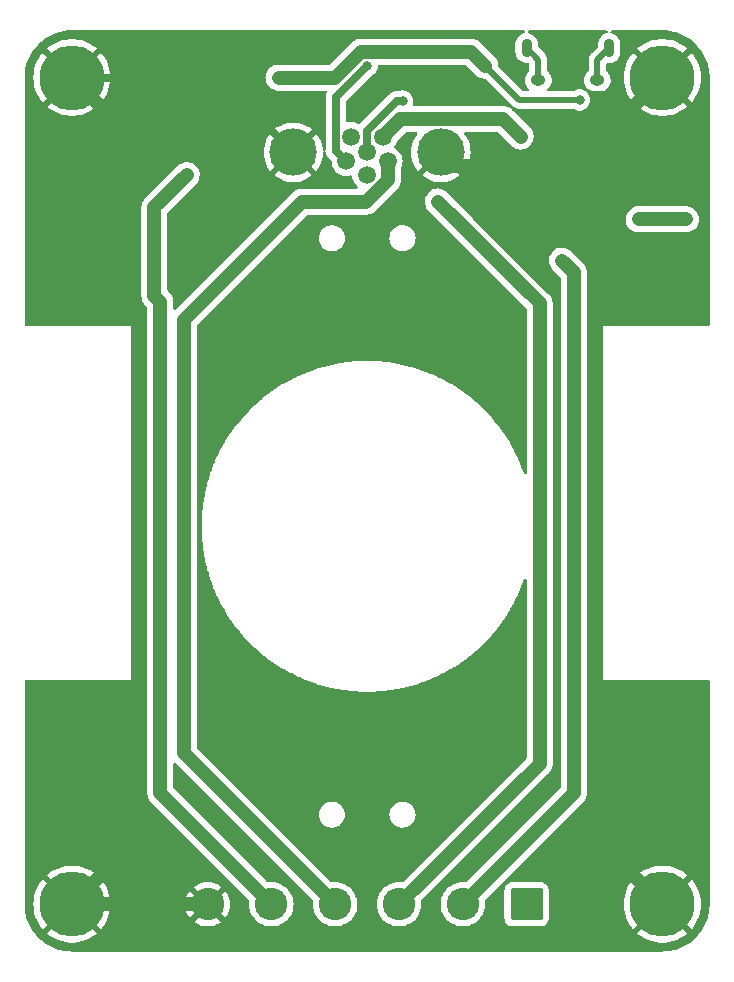
<source format=gbr>
%TF.GenerationSoftware,KiCad,Pcbnew,7.0.7-rc1*%
%TF.CreationDate,2024-03-01T23:28:45-05:00*%
%TF.ProjectId,COMPCBSTATIC,434f4d50-4342-4535-9441-5449432e6b69,rev?*%
%TF.SameCoordinates,Original*%
%TF.FileFunction,Copper,L2,Bot*%
%TF.FilePolarity,Positive*%
%FSLAX46Y46*%
G04 Gerber Fmt 4.6, Leading zero omitted, Abs format (unit mm)*
G04 Created by KiCad (PCBNEW 7.0.7-rc1) date 2024-03-01 23:28:45*
%MOMM*%
%LPD*%
G01*
G04 APERTURE LIST*
G04 Aperture macros list*
%AMRoundRect*
0 Rectangle with rounded corners*
0 $1 Rounding radius*
0 $2 $3 $4 $5 $6 $7 $8 $9 X,Y pos of 4 corners*
0 Add a 4 corners polygon primitive as box body*
4,1,4,$2,$3,$4,$5,$6,$7,$8,$9,$2,$3,0*
0 Add four circle primitives for the rounded corners*
1,1,$1+$1,$2,$3*
1,1,$1+$1,$4,$5*
1,1,$1+$1,$6,$7*
1,1,$1+$1,$8,$9*
0 Add four rect primitives between the rounded corners*
20,1,$1+$1,$2,$3,$4,$5,0*
20,1,$1+$1,$4,$5,$6,$7,0*
20,1,$1+$1,$6,$7,$8,$9,0*
20,1,$1+$1,$8,$9,$2,$3,0*%
G04 Aperture macros list end*
%TA.AperFunction,ComponentPad*%
%ADD10O,0.890000X1.550000*%
%TD*%
%TA.AperFunction,ComponentPad*%
%ADD11O,1.250000X0.950000*%
%TD*%
%TA.AperFunction,ComponentPad*%
%ADD12RoundRect,0.250000X1.125000X1.125000X-1.125000X1.125000X-1.125000X-1.125000X1.125000X-1.125000X0*%
%TD*%
%TA.AperFunction,ComponentPad*%
%ADD13C,2.750000*%
%TD*%
%TA.AperFunction,ComponentPad*%
%ADD14C,5.500000*%
%TD*%
%TA.AperFunction,ComponentPad*%
%ADD15C,1.508000*%
%TD*%
%TA.AperFunction,ComponentPad*%
%ADD16C,4.016000*%
%TD*%
%TA.AperFunction,ViaPad*%
%ADD17C,0.800000*%
%TD*%
%TA.AperFunction,Conductor*%
%ADD18C,1.200000*%
%TD*%
%TA.AperFunction,Conductor*%
%ADD19C,0.500000*%
%TD*%
%TA.AperFunction,Conductor*%
%ADD20C,0.700000*%
%TD*%
G04 APERTURE END LIST*
D10*
%TO.P,J2,6,Shield*%
%TO.N,unconnected-(J2-Shield-Pad6)*%
X72500000Y-59500000D03*
D11*
X71500000Y-62200000D03*
X66500000Y-62200000D03*
D10*
X65500000Y-59500000D03*
%TD*%
D12*
%TO.P,J4,1,Pin_1*%
%TO.N,Net-(J1-Pin_1)*%
X65500000Y-132000000D03*
D13*
%TO.P,J4,2,Pin_2*%
%TO.N,Net-(J1-Pin_2)*%
X60100000Y-132000000D03*
%TO.P,J4,3,Pin_3*%
%TO.N,Net-(J1-Pin_3)*%
X54700000Y-132000000D03*
%TO.P,J4,4,Pin_4*%
%TO.N,Net-(J1-Pin_4)*%
X49300000Y-132000000D03*
%TO.P,J4,5,Pin_5*%
%TO.N,Net-(J1-Pin_5)*%
X43900000Y-132000000D03*
%TO.P,J4,6,Pin_6*%
%TO.N,GND*%
X38500000Y-132000000D03*
%TD*%
D14*
%TO.P,H2,1,1*%
%TO.N,GND*%
X77000000Y-132000000D03*
%TD*%
%TO.P,H1,1,1*%
%TO.N,GND*%
X27000000Y-132000000D03*
%TD*%
D15*
%TO.P,J3,1,1*%
%TO.N,GND*%
X50650000Y-67000000D03*
%TO.P,J3,2,2*%
%TO.N,Net-(J3-Pad2)*%
X53350000Y-67000000D03*
%TO.P,J3,3,3*%
%TO.N,Net-(J1-Pin_4)*%
X53750000Y-69090000D03*
%TO.P,J3,4,4*%
%TO.N,Net-(J1-Pin_3)*%
X52000000Y-70240000D03*
%TO.P,J3,5,5*%
%TO.N,Net-(J1-Pin_2)*%
X50250000Y-69090000D03*
%TO.P,J3,6,6*%
%TO.N,Net-(J1-Pin_1)*%
X52000000Y-68340000D03*
D16*
%TO.P,J3,S1,SHIELD*%
%TO.N,GND*%
X58250000Y-68340000D03*
%TO.P,J3,S2,SHIELD*%
X45750000Y-68340000D03*
%TD*%
D14*
%TO.P,H3,1,1*%
%TO.N,GND*%
X27000000Y-62000000D03*
%TD*%
%TO.P,H4,1,1*%
%TO.N,GND*%
X77000000Y-62000000D03*
%TD*%
D17*
%TO.N,GND*%
X49000000Y-59000000D03*
X30000000Y-79937500D03*
%TO.N,Net-(D1-A)*%
X75000000Y-74000000D03*
X79000000Y-74000000D03*
%TO.N,Net-(J1-Pin_2)*%
X68500000Y-77500000D03*
X52000000Y-61000000D03*
%TO.N,Net-(J1-Pin_1)*%
X55000000Y-64000000D03*
%TO.N,Net-(J1-Pin_3)*%
X58000000Y-72500000D03*
%TO.N,Net-(J3-Pad2)*%
X65000000Y-67000000D03*
%TO.N,Net-(J1-Pin_5)*%
X36730000Y-70270000D03*
%TO.N,Net-(J2-VBUS)*%
X44500000Y-62000000D03*
X70000000Y-63900500D03*
X62000000Y-61000000D03*
%TD*%
D18*
%TO.N,GND*%
X31531250Y-81468750D02*
X30000000Y-79937500D01*
D19*
X43500000Y-59000000D02*
X39955000Y-62545000D01*
D18*
X32600000Y-126400000D02*
X32600000Y-82537500D01*
X71400000Y-126400000D02*
X71400000Y-69500000D01*
D20*
X39955000Y-62545000D02*
X45750000Y-68340000D01*
D18*
X71400000Y-67600000D02*
X77000000Y-62000000D01*
X58250000Y-68340000D02*
X59410000Y-69500000D01*
D19*
X49000000Y-59000000D02*
X43500000Y-59000000D01*
D18*
X32600000Y-82537500D02*
X31531250Y-81468750D01*
X77000000Y-132000000D02*
X71400000Y-126400000D01*
D20*
X27000000Y-62000000D02*
X39410000Y-62000000D01*
D18*
X31531250Y-66531250D02*
X27000000Y-62000000D01*
X71400000Y-69500000D02*
X71400000Y-67600000D01*
X27000000Y-132000000D02*
X38500000Y-132000000D01*
X59410000Y-69500000D02*
X71400000Y-69500000D01*
D20*
X39410000Y-62000000D02*
X39955000Y-62545000D01*
D18*
X31531250Y-81468750D02*
X31531250Y-66531250D01*
X27000000Y-132000000D02*
X32600000Y-126400000D01*
%TO.N,Net-(D1-A)*%
X79000000Y-74000000D02*
X75000000Y-74000000D01*
D20*
%TO.N,Net-(J1-Pin_2)*%
X49346000Y-68186000D02*
X50250000Y-69090000D01*
D18*
X69500000Y-78500000D02*
X68500000Y-77500000D01*
D20*
X49346000Y-63654000D02*
X49346000Y-68186000D01*
D18*
X69500000Y-122600000D02*
X69500000Y-78500000D01*
X60100000Y-132000000D02*
X69500000Y-122600000D01*
D20*
X52000000Y-61000000D02*
X49346000Y-63654000D01*
D19*
%TO.N,unconnected-(J2-Shield-Pad6)*%
X71500000Y-60500000D02*
X72500000Y-59500000D01*
X71500000Y-62200000D02*
X71500000Y-60500000D01*
X66500000Y-62200000D02*
X66500000Y-60500000D01*
X66500000Y-60500000D02*
X65500000Y-59500000D01*
D20*
%TO.N,Net-(J1-Pin_1)*%
X52000000Y-66505865D02*
X52000000Y-68340000D01*
X55000000Y-64000000D02*
X54505865Y-64000000D01*
X54505865Y-64000000D02*
X52000000Y-66505865D01*
D18*
%TO.N,Net-(J1-Pin_3)*%
X66606655Y-120093345D02*
X66606655Y-81106655D01*
X66606655Y-81106655D02*
X58000000Y-72500000D01*
X54700000Y-132000000D02*
X66606655Y-120093345D01*
%TO.N,Net-(J1-Pin_4)*%
X51937688Y-72500000D02*
X53750000Y-70687688D01*
X36500000Y-82500000D02*
X46500000Y-72500000D01*
X46500000Y-72500000D02*
X51937688Y-72500000D01*
X53750000Y-70687688D02*
X53750000Y-69090000D01*
X49300000Y-132000000D02*
X36500000Y-119200000D01*
X36500000Y-119200000D02*
X36500000Y-82500000D01*
%TO.N,Net-(J3-Pad2)*%
X54818000Y-65532000D02*
X53350000Y-67000000D01*
X65000000Y-67000000D02*
X63532000Y-65532000D01*
X63532000Y-65532000D02*
X54818000Y-65532000D01*
%TO.N,Net-(J1-Pin_5)*%
X34000000Y-73000000D02*
X36730000Y-70270000D01*
X34500000Y-81000000D02*
X34500000Y-122600000D01*
X43900000Y-132000000D02*
X34700000Y-122800000D01*
X34000000Y-73000000D02*
X34000000Y-80500000D01*
X34000000Y-80500000D02*
X34500000Y-81000000D01*
X34500000Y-122600000D02*
X34700000Y-122800000D01*
D19*
%TO.N,Net-(J2-VBUS)*%
X70000000Y-63900500D02*
X64900500Y-63900500D01*
D18*
X44500000Y-62000000D02*
X49302943Y-62000000D01*
X51502943Y-59800000D02*
X60800000Y-59800000D01*
X49302943Y-62000000D02*
X51502943Y-59800000D01*
D19*
X64900500Y-63900500D02*
X62000000Y-61000000D01*
D18*
X60800000Y-59800000D02*
X62000000Y-61000000D01*
%TD*%
%TA.AperFunction,Conductor*%
%TO.N,GND*%
G36*
X65328931Y-58020185D02*
G01*
X65374686Y-58072989D01*
X65384630Y-58142147D01*
X65355605Y-58205703D01*
X65296827Y-58243477D01*
X65280669Y-58247070D01*
X65261793Y-58249961D01*
X65261781Y-58249964D01*
X65081464Y-58316746D01*
X65081460Y-58316748D01*
X64918267Y-58418467D01*
X64778895Y-58550949D01*
X64669041Y-58708781D01*
X64593209Y-58885491D01*
X64554500Y-59073851D01*
X64554499Y-59877951D01*
X64569077Y-60021310D01*
X64626641Y-60204777D01*
X64626648Y-60204792D01*
X64654776Y-60255469D01*
X64719966Y-60372920D01*
X64719969Y-60372923D01*
X64719970Y-60372925D01*
X64845220Y-60518825D01*
X64845221Y-60518826D01*
X64993195Y-60633365D01*
X64997285Y-60636531D01*
X65169929Y-60721217D01*
X65169933Y-60721218D01*
X65169931Y-60721218D01*
X65356078Y-60769415D01*
X65356081Y-60769415D01*
X65356087Y-60769417D01*
X65548136Y-60779156D01*
X65606724Y-60770180D01*
X65675969Y-60779485D01*
X65729193Y-60824751D01*
X65749495Y-60891606D01*
X65749500Y-60892750D01*
X65749499Y-61372883D01*
X65729814Y-61439923D01*
X65706271Y-61466968D01*
X65639316Y-61524447D01*
X65517879Y-61681331D01*
X65517877Y-61681335D01*
X65430503Y-61859459D01*
X65380777Y-62051511D01*
X65380776Y-62051517D01*
X65370728Y-62249662D01*
X65370728Y-62249663D01*
X65400768Y-62445764D01*
X65400771Y-62445777D01*
X65469673Y-62631815D01*
X65469677Y-62631824D01*
X65574616Y-62800184D01*
X65574617Y-62800185D01*
X65574618Y-62800186D01*
X65574620Y-62800189D01*
X65646259Y-62875553D01*
X65708060Y-62940568D01*
X65739980Y-63002720D01*
X65733232Y-63072263D01*
X65689957Y-63127118D01*
X65623895Y-63149868D01*
X65618185Y-63150000D01*
X65262729Y-63150000D01*
X65195690Y-63130315D01*
X65175048Y-63113681D01*
X63136875Y-61075507D01*
X63103390Y-61014184D01*
X63100591Y-60990783D01*
X63097687Y-60868755D01*
X63053013Y-60663388D01*
X62992455Y-60521973D01*
X62970281Y-60470191D01*
X62970280Y-60470189D01*
X62970279Y-60470187D01*
X62852477Y-60296135D01*
X61650466Y-59094124D01*
X61637137Y-59078366D01*
X61635488Y-59076050D01*
X61635485Y-59076047D01*
X61568915Y-59012572D01*
X61555003Y-58998661D01*
X61541101Y-58984759D01*
X61541095Y-58984754D01*
X61541092Y-58984751D01*
X61532679Y-58977804D01*
X61529369Y-58974866D01*
X61483379Y-58931015D01*
X61483371Y-58931009D01*
X61453244Y-58911647D01*
X61447286Y-58907297D01*
X61427715Y-58891139D01*
X61419645Y-58884476D01*
X61363837Y-58854002D01*
X61360050Y-58851755D01*
X61339645Y-58838642D01*
X61306575Y-58817388D01*
X61306576Y-58817388D01*
X61273305Y-58804068D01*
X61266630Y-58800923D01*
X61235184Y-58783752D01*
X61235185Y-58783752D01*
X61174625Y-58764393D01*
X61170461Y-58762896D01*
X61111453Y-58739273D01*
X61076272Y-58732492D01*
X61069125Y-58730668D01*
X61034991Y-58719757D01*
X60971867Y-58712209D01*
X60967495Y-58711527D01*
X60919681Y-58702313D01*
X60905085Y-58699500D01*
X60905083Y-58699500D01*
X60869248Y-58699500D01*
X60861882Y-58699061D01*
X60826310Y-58694808D01*
X60826309Y-58694808D01*
X60762907Y-58699342D01*
X60758487Y-58699500D01*
X51605181Y-58699500D01*
X51584617Y-58697783D01*
X51583689Y-58697626D01*
X51581812Y-58697311D01*
X51581810Y-58697311D01*
X51520509Y-58698770D01*
X51489859Y-58699500D01*
X51450518Y-58699500D01*
X51446852Y-58699849D01*
X51439655Y-58700536D01*
X51435243Y-58700799D01*
X51371693Y-58702313D01*
X51336679Y-58709929D01*
X51329390Y-58711066D01*
X51293729Y-58714471D01*
X51293725Y-58714471D01*
X51293725Y-58714472D01*
X51285049Y-58717019D01*
X51232735Y-58732379D01*
X51228447Y-58733474D01*
X51166337Y-58746985D01*
X51166321Y-58746990D01*
X51133382Y-58761095D01*
X51126442Y-58763590D01*
X51092071Y-58773683D01*
X51092068Y-58773684D01*
X51092063Y-58773686D01*
X51092062Y-58773687D01*
X51035569Y-58802810D01*
X51031567Y-58804695D01*
X50973134Y-58829719D01*
X50943464Y-58849799D01*
X50937120Y-58853563D01*
X50905264Y-58869986D01*
X50855297Y-58909281D01*
X50851723Y-58911891D01*
X50799077Y-58947523D01*
X50799076Y-58947524D01*
X50773735Y-58972863D01*
X50768221Y-58977758D01*
X50740056Y-58999908D01*
X50698425Y-59047951D01*
X50695409Y-59051190D01*
X49785003Y-59961598D01*
X48883420Y-60863181D01*
X48822097Y-60896666D01*
X48795739Y-60899500D01*
X44447575Y-60899500D01*
X44290782Y-60914472D01*
X44290778Y-60914473D01*
X44089127Y-60973683D01*
X43902313Y-61069991D01*
X43737116Y-61199905D01*
X43737112Y-61199909D01*
X43599478Y-61358746D01*
X43494398Y-61540750D01*
X43425656Y-61739365D01*
X43425656Y-61739367D01*
X43400330Y-61915520D01*
X43395746Y-61947401D01*
X43405745Y-62157327D01*
X43455296Y-62361578D01*
X43455298Y-62361582D01*
X43542598Y-62552743D01*
X43542601Y-62552748D01*
X43542602Y-62552750D01*
X43542604Y-62552753D01*
X43664514Y-62723952D01*
X43664515Y-62723953D01*
X43664520Y-62723959D01*
X43816620Y-62868985D01*
X43957797Y-62959714D01*
X43993428Y-62982613D01*
X44188543Y-63060725D01*
X44248408Y-63072263D01*
X44394914Y-63100500D01*
X44394915Y-63100500D01*
X48470968Y-63100500D01*
X48538007Y-63120185D01*
X48583762Y-63172989D01*
X48593706Y-63242147D01*
X48583507Y-63276564D01*
X48578939Y-63286439D01*
X48552877Y-63338990D01*
X48542963Y-63358981D01*
X48542582Y-63360017D01*
X48535580Y-63379906D01*
X48535267Y-63380833D01*
X48517858Y-63459926D01*
X48498314Y-63538513D01*
X48498191Y-63539416D01*
X48495607Y-63560516D01*
X48495500Y-63561501D01*
X48495500Y-63642468D01*
X48493306Y-63723438D01*
X48493389Y-63724447D01*
X48495500Y-63746649D01*
X48495500Y-68090379D01*
X48475815Y-68157418D01*
X48423011Y-68203173D01*
X48353853Y-68213117D01*
X48290297Y-68184092D01*
X48252523Y-68125314D01*
X48247745Y-68098165D01*
X48243145Y-68025053D01*
X48243144Y-68025049D01*
X48184007Y-67715047D01*
X48086490Y-67414920D01*
X47952119Y-67129367D01*
X47783030Y-66862924D01*
X47691394Y-66752156D01*
X47072898Y-67370653D01*
X47011575Y-67404138D01*
X46941883Y-67399154D01*
X46887364Y-67359134D01*
X46857373Y-67320602D01*
X46857370Y-67320599D01*
X46857368Y-67320596D01*
X46722556Y-67196492D01*
X46686567Y-67136608D01*
X46688668Y-67066770D01*
X46718860Y-67017584D01*
X47340753Y-66395692D01*
X47096514Y-66218241D01*
X47096504Y-66218234D01*
X46819965Y-66066206D01*
X46819957Y-66066202D01*
X46526550Y-65950035D01*
X46220881Y-65871552D01*
X46220872Y-65871550D01*
X45907801Y-65832000D01*
X45592198Y-65832000D01*
X45279127Y-65871550D01*
X45279118Y-65871552D01*
X44973449Y-65950035D01*
X44680042Y-66066202D01*
X44680034Y-66066206D01*
X44403495Y-66218234D01*
X44403485Y-66218241D01*
X44159246Y-66395692D01*
X44159245Y-66395692D01*
X44781138Y-67017584D01*
X44814623Y-67078907D01*
X44809639Y-67148598D01*
X44777441Y-67196494D01*
X44642630Y-67320598D01*
X44642628Y-67320599D01*
X44612633Y-67359137D01*
X44555922Y-67399949D01*
X44486149Y-67403622D01*
X44427100Y-67370654D01*
X43808603Y-66752156D01*
X43808602Y-66752156D01*
X43716973Y-66862918D01*
X43716971Y-66862921D01*
X43547880Y-67129367D01*
X43413509Y-67414920D01*
X43315992Y-67715047D01*
X43256855Y-68025049D01*
X43256854Y-68025053D01*
X43237041Y-68339994D01*
X43237041Y-68340005D01*
X43256854Y-68654946D01*
X43256855Y-68654950D01*
X43315992Y-68964952D01*
X43413509Y-69265079D01*
X43547880Y-69550632D01*
X43716969Y-69817075D01*
X43808603Y-69927841D01*
X44427100Y-69309344D01*
X44488423Y-69275859D01*
X44558114Y-69280843D01*
X44612633Y-69320861D01*
X44642632Y-69359404D01*
X44777441Y-69483505D01*
X44813430Y-69543390D01*
X44811330Y-69613228D01*
X44781138Y-69662414D01*
X44159245Y-70284306D01*
X44403490Y-70461761D01*
X44403501Y-70461768D01*
X44680034Y-70613793D01*
X44680042Y-70613797D01*
X44973449Y-70729964D01*
X45279118Y-70808447D01*
X45279127Y-70808449D01*
X45592198Y-70847999D01*
X45592212Y-70848000D01*
X45907788Y-70848000D01*
X45907801Y-70847999D01*
X46220872Y-70808449D01*
X46220881Y-70808447D01*
X46526550Y-70729964D01*
X46819957Y-70613797D01*
X46819965Y-70613793D01*
X47096498Y-70461768D01*
X47096509Y-70461761D01*
X47340752Y-70284306D01*
X47340753Y-70284306D01*
X46718861Y-69662415D01*
X46685376Y-69601092D01*
X46690360Y-69531401D01*
X46722556Y-69483507D01*
X46857368Y-69359404D01*
X46887367Y-69320861D01*
X46944071Y-69280051D01*
X47013844Y-69276375D01*
X47072898Y-69309344D01*
X47691395Y-69927842D01*
X47783033Y-69817070D01*
X47952119Y-69550632D01*
X48086490Y-69265079D01*
X48184007Y-68964952D01*
X48243144Y-68654950D01*
X48243145Y-68654945D01*
X48261725Y-68359606D01*
X48285579Y-68293934D01*
X48341152Y-68251585D01*
X48410798Y-68246003D01*
X48472406Y-68278961D01*
X48506416Y-68339995D01*
X48508752Y-68353978D01*
X48510485Y-68369906D01*
X48510710Y-68370930D01*
X48515525Y-68391473D01*
X48515773Y-68392470D01*
X48543700Y-68468486D01*
X48569557Y-68545223D01*
X48570001Y-68546185D01*
X48579146Y-68565266D01*
X48579564Y-68566109D01*
X48623184Y-68634353D01*
X48664930Y-68703736D01*
X48665538Y-68704536D01*
X48678578Y-68721216D01*
X48679201Y-68721991D01*
X48736459Y-68779249D01*
X48792152Y-68838042D01*
X48792983Y-68838747D01*
X48810119Y-68852908D01*
X48954389Y-68997178D01*
X48987874Y-69058501D01*
X48990708Y-69084859D01*
X48990708Y-69090002D01*
X49009838Y-69308668D01*
X49009839Y-69308675D01*
X49023431Y-69359400D01*
X49066653Y-69520703D01*
X49066654Y-69520706D01*
X49066655Y-69520708D01*
X49159419Y-69719642D01*
X49159423Y-69719650D01*
X49285322Y-69899452D01*
X49285327Y-69899458D01*
X49440541Y-70054672D01*
X49440547Y-70054677D01*
X49620349Y-70180576D01*
X49620351Y-70180577D01*
X49620354Y-70180579D01*
X49819297Y-70273347D01*
X50031326Y-70330161D01*
X50187521Y-70343826D01*
X50249998Y-70349292D01*
X50250000Y-70349292D01*
X50250002Y-70349292D01*
X50304668Y-70344509D01*
X50468674Y-70330161D01*
X50599442Y-70295121D01*
X50669290Y-70296782D01*
X50727153Y-70335944D01*
X50754658Y-70400172D01*
X50755063Y-70404087D01*
X50759838Y-70458669D01*
X50759839Y-70458674D01*
X50816653Y-70670703D01*
X50816654Y-70670706D01*
X50816655Y-70670708D01*
X50909419Y-70869642D01*
X50909423Y-70869650D01*
X51035322Y-71049452D01*
X51035327Y-71049458D01*
X51173688Y-71187819D01*
X51207173Y-71249142D01*
X51202189Y-71318834D01*
X51160317Y-71374767D01*
X51094853Y-71399184D01*
X51086007Y-71399500D01*
X46602238Y-71399500D01*
X46581674Y-71397783D01*
X46580746Y-71397626D01*
X46578869Y-71397311D01*
X46578867Y-71397311D01*
X46517566Y-71398770D01*
X46486916Y-71399500D01*
X46447575Y-71399500D01*
X46443909Y-71399849D01*
X46436712Y-71400536D01*
X46432300Y-71400799D01*
X46368751Y-71402313D01*
X46333737Y-71409929D01*
X46326448Y-71411066D01*
X46290790Y-71414470D01*
X46290781Y-71414472D01*
X46229792Y-71432379D01*
X46225504Y-71433474D01*
X46163394Y-71446985D01*
X46163379Y-71446989D01*
X46130439Y-71461095D01*
X46123499Y-71463590D01*
X46089128Y-71473683D01*
X46089125Y-71473684D01*
X46089120Y-71473686D01*
X46089119Y-71473687D01*
X46032626Y-71502810D01*
X46028624Y-71504695D01*
X45970187Y-71529721D01*
X45940517Y-71549801D01*
X45934175Y-71553564D01*
X45902317Y-71569989D01*
X45902313Y-71569992D01*
X45852345Y-71609287D01*
X45848770Y-71611898D01*
X45796139Y-71647519D01*
X45796130Y-71647526D01*
X45770792Y-71672863D01*
X45765278Y-71677758D01*
X45737113Y-71699908D01*
X45695482Y-71747951D01*
X45692467Y-71751190D01*
X35812181Y-81631476D01*
X35750858Y-81664961D01*
X35681166Y-81659977D01*
X35625233Y-81618105D01*
X35600816Y-81552641D01*
X35600500Y-81543795D01*
X35600500Y-81102238D01*
X35602218Y-81081671D01*
X35602687Y-81078877D01*
X35602689Y-81078867D01*
X35600500Y-80986916D01*
X35600500Y-80947575D01*
X35599462Y-80936708D01*
X35599199Y-80932298D01*
X35598689Y-80910869D01*
X35597687Y-80868755D01*
X35597685Y-80868749D01*
X35597685Y-80868741D01*
X35590071Y-80833747D01*
X35588933Y-80826452D01*
X35585528Y-80790782D01*
X35567613Y-80729772D01*
X35566524Y-80725503D01*
X35562982Y-80709218D01*
X35553013Y-80663388D01*
X35538901Y-80630434D01*
X35536411Y-80623507D01*
X35526316Y-80589125D01*
X35497183Y-80532616D01*
X35495303Y-80528625D01*
X35470279Y-80470188D01*
X35450193Y-80440512D01*
X35446435Y-80434177D01*
X35430013Y-80402321D01*
X35430011Y-80402318D01*
X35426428Y-80397762D01*
X35390710Y-80352345D01*
X35388103Y-80348774D01*
X35352479Y-80296138D01*
X35352477Y-80296135D01*
X35327130Y-80270788D01*
X35322245Y-80265283D01*
X35300092Y-80237114D01*
X35252048Y-80195483D01*
X35248808Y-80192466D01*
X35136818Y-80080476D01*
X35103334Y-80019153D01*
X35100500Y-79992795D01*
X35100500Y-73507204D01*
X35120185Y-73440165D01*
X35136819Y-73419523D01*
X36325257Y-72231085D01*
X37545241Y-71011101D01*
X37645524Y-70889645D01*
X37746247Y-70705183D01*
X37810242Y-70504992D01*
X37835192Y-70296309D01*
X37820200Y-70086673D01*
X37765804Y-69883665D01*
X37744593Y-69840000D01*
X37673973Y-69694622D01*
X37649863Y-69662415D01*
X37548021Y-69526370D01*
X37541790Y-69520706D01*
X37500154Y-69482856D01*
X37392505Y-69384996D01*
X37392503Y-69384995D01*
X37392504Y-69384995D01*
X37213048Y-69275611D01*
X37213040Y-69275608D01*
X37016127Y-69202163D01*
X37016118Y-69202161D01*
X36808875Y-69167312D01*
X36808867Y-69167311D01*
X36808866Y-69167311D01*
X36703810Y-69169812D01*
X36598754Y-69172313D01*
X36598746Y-69172314D01*
X36393397Y-69216984D01*
X36393386Y-69216987D01*
X36200191Y-69299718D01*
X36026137Y-69417521D01*
X36026132Y-69417525D01*
X33294120Y-72149536D01*
X33278381Y-72162852D01*
X33276047Y-72164514D01*
X33212572Y-72231085D01*
X33184753Y-72258905D01*
X33184751Y-72258907D01*
X33177806Y-72267318D01*
X33174872Y-72270623D01*
X33131019Y-72316616D01*
X33131012Y-72316625D01*
X33111644Y-72346760D01*
X33107294Y-72352716D01*
X33084478Y-72380352D01*
X33084475Y-72380355D01*
X33054006Y-72436153D01*
X33051749Y-72439959D01*
X33017388Y-72493425D01*
X33004072Y-72526686D01*
X33000928Y-72533360D01*
X32983754Y-72564813D01*
X32983749Y-72564823D01*
X32964391Y-72625378D01*
X32962895Y-72629541D01*
X32939275Y-72688541D01*
X32939274Y-72688542D01*
X32932491Y-72723730D01*
X32930667Y-72730875D01*
X32919758Y-72765007D01*
X32919757Y-72765010D01*
X32912209Y-72828131D01*
X32911527Y-72832503D01*
X32899500Y-72894916D01*
X32899500Y-72930751D01*
X32899061Y-72938117D01*
X32894808Y-72973686D01*
X32894808Y-72973691D01*
X32898821Y-73029812D01*
X32899342Y-73037089D01*
X32899500Y-73041513D01*
X32899499Y-80397762D01*
X32897784Y-80418313D01*
X32897312Y-80421118D01*
X32897311Y-80421133D01*
X32899499Y-80513084D01*
X32899499Y-80552419D01*
X32900536Y-80563287D01*
X32900799Y-80567700D01*
X32902128Y-80623498D01*
X32902313Y-80631245D01*
X32909931Y-80666267D01*
X32911064Y-80673535D01*
X32913189Y-80695780D01*
X32914472Y-80709217D01*
X32914473Y-80709225D01*
X32932380Y-80770209D01*
X32933475Y-80774498D01*
X32946985Y-80836608D01*
X32946988Y-80836615D01*
X32961093Y-80869556D01*
X32963589Y-80876498D01*
X32973681Y-80910869D01*
X32973683Y-80910874D01*
X33002814Y-80967381D01*
X33004696Y-80971375D01*
X33012697Y-80990059D01*
X33029718Y-81029807D01*
X33029721Y-81029812D01*
X33049807Y-81059489D01*
X33053568Y-81065829D01*
X33069988Y-81097681D01*
X33109289Y-81147656D01*
X33111901Y-81151232D01*
X33147520Y-81203861D01*
X33147526Y-81203868D01*
X33172859Y-81229201D01*
X33177758Y-81234721D01*
X33199905Y-81262883D01*
X33199909Y-81262887D01*
X33247951Y-81304516D01*
X33251191Y-81307533D01*
X33363181Y-81419523D01*
X33396665Y-81480846D01*
X33399499Y-81507204D01*
X33399500Y-122497762D01*
X33397783Y-122518327D01*
X33397311Y-122521129D01*
X33397311Y-122521133D01*
X33399499Y-122613084D01*
X33399499Y-122652419D01*
X33400536Y-122663287D01*
X33400799Y-122667700D01*
X33400836Y-122669248D01*
X33402313Y-122731245D01*
X33409931Y-122766267D01*
X33411064Y-122773535D01*
X33414472Y-122809217D01*
X33414473Y-122809225D01*
X33432380Y-122870209D01*
X33433475Y-122874498D01*
X33446985Y-122936608D01*
X33446988Y-122936615D01*
X33461093Y-122969556D01*
X33463589Y-122976498D01*
X33473681Y-123010869D01*
X33473683Y-123010874D01*
X33502814Y-123067381D01*
X33504701Y-123071385D01*
X33529718Y-123129807D01*
X33529721Y-123129812D01*
X33549807Y-123159489D01*
X33553568Y-123165829D01*
X33569988Y-123197681D01*
X33609289Y-123247656D01*
X33611896Y-123251225D01*
X33631370Y-123279999D01*
X33647520Y-123303861D01*
X33647526Y-123303868D01*
X33672859Y-123329201D01*
X33677758Y-123334721D01*
X33699905Y-123362883D01*
X33699909Y-123362887D01*
X33747943Y-123404509D01*
X33751183Y-123407526D01*
X33864962Y-123521305D01*
X33864965Y-123521307D01*
X42001289Y-131657631D01*
X42034774Y-131718954D01*
X42037292Y-131754158D01*
X42019709Y-131999998D01*
X42019709Y-132000001D01*
X42038848Y-132267594D01*
X42038849Y-132267601D01*
X42095872Y-132529734D01*
X42189627Y-132781102D01*
X42189629Y-132781106D01*
X42318195Y-133016556D01*
X42318200Y-133016564D01*
X42478964Y-133231321D01*
X42478980Y-133231339D01*
X42668660Y-133421019D01*
X42668678Y-133421035D01*
X42883435Y-133581799D01*
X42883443Y-133581804D01*
X43118893Y-133710370D01*
X43118897Y-133710372D01*
X43118899Y-133710373D01*
X43370261Y-133804126D01*
X43370264Y-133804126D01*
X43370265Y-133804127D01*
X43396399Y-133809812D01*
X43632407Y-133861152D01*
X43879385Y-133878816D01*
X43899999Y-133880291D01*
X43900000Y-133880291D01*
X43900001Y-133880291D01*
X43919140Y-133878922D01*
X44167593Y-133861152D01*
X44429739Y-133804126D01*
X44681101Y-133710373D01*
X44916562Y-133581801D01*
X45131329Y-133421029D01*
X45321029Y-133231329D01*
X45481801Y-133016562D01*
X45610373Y-132781101D01*
X45704126Y-132529739D01*
X45761152Y-132267593D01*
X45780291Y-132000000D01*
X45761152Y-131732407D01*
X45711475Y-131504044D01*
X45704127Y-131470265D01*
X45703240Y-131467887D01*
X45610373Y-131218899D01*
X45590696Y-131182864D01*
X45481804Y-130983443D01*
X45481799Y-130983435D01*
X45321035Y-130768678D01*
X45321019Y-130768660D01*
X45131339Y-130578980D01*
X45131321Y-130578964D01*
X44916564Y-130418200D01*
X44916556Y-130418195D01*
X44681106Y-130289629D01*
X44681102Y-130289627D01*
X44429734Y-130195872D01*
X44167601Y-130138849D01*
X44167594Y-130138848D01*
X43900001Y-130119709D01*
X43899999Y-130119709D01*
X43654158Y-130137292D01*
X43585885Y-130122440D01*
X43557631Y-130101289D01*
X35636819Y-122180477D01*
X35603334Y-122119154D01*
X35600500Y-122092796D01*
X35600500Y-120156204D01*
X35620185Y-120089165D01*
X35672989Y-120043410D01*
X35742147Y-120033466D01*
X35805703Y-120062491D01*
X35812181Y-120068523D01*
X47401289Y-131657631D01*
X47434774Y-131718954D01*
X47437292Y-131754158D01*
X47419709Y-131999998D01*
X47419709Y-132000001D01*
X47438848Y-132267594D01*
X47438849Y-132267601D01*
X47495872Y-132529734D01*
X47589627Y-132781102D01*
X47589629Y-132781106D01*
X47718195Y-133016556D01*
X47718200Y-133016564D01*
X47878964Y-133231321D01*
X47878980Y-133231339D01*
X48068660Y-133421019D01*
X48068678Y-133421035D01*
X48283435Y-133581799D01*
X48283443Y-133581804D01*
X48518893Y-133710370D01*
X48518897Y-133710372D01*
X48518899Y-133710373D01*
X48770261Y-133804126D01*
X48770264Y-133804126D01*
X48770265Y-133804127D01*
X48796399Y-133809812D01*
X49032407Y-133861152D01*
X49279385Y-133878816D01*
X49299999Y-133880291D01*
X49300000Y-133880291D01*
X49300001Y-133880291D01*
X49319139Y-133878922D01*
X49567593Y-133861152D01*
X49829739Y-133804126D01*
X50081101Y-133710373D01*
X50316562Y-133581801D01*
X50531329Y-133421029D01*
X50721029Y-133231329D01*
X50881801Y-133016562D01*
X51010373Y-132781101D01*
X51104126Y-132529739D01*
X51161152Y-132267593D01*
X51180291Y-132000000D01*
X51161152Y-131732407D01*
X51111475Y-131504044D01*
X51104127Y-131470265D01*
X51103240Y-131467887D01*
X51010373Y-131218899D01*
X50990696Y-131182864D01*
X50881804Y-130983443D01*
X50881799Y-130983435D01*
X50721035Y-130768678D01*
X50721019Y-130768660D01*
X50531339Y-130578980D01*
X50531321Y-130578964D01*
X50316564Y-130418200D01*
X50316556Y-130418195D01*
X50081106Y-130289629D01*
X50081102Y-130289627D01*
X49829734Y-130195872D01*
X49567601Y-130138849D01*
X49567594Y-130138848D01*
X49300001Y-130119709D01*
X49299999Y-130119709D01*
X49054158Y-130137292D01*
X48985885Y-130122440D01*
X48957631Y-130101289D01*
X43266342Y-124410000D01*
X47904785Y-124410000D01*
X47923602Y-124613082D01*
X47979417Y-124809247D01*
X47979422Y-124809260D01*
X48070327Y-124991821D01*
X48193237Y-125154581D01*
X48343958Y-125291980D01*
X48343960Y-125291982D01*
X48470148Y-125370113D01*
X48517363Y-125399348D01*
X48548863Y-125411551D01*
X48551927Y-125412844D01*
X48552002Y-125412870D01*
X48552004Y-125412871D01*
X48553021Y-125413223D01*
X48554499Y-125413735D01*
X48627113Y-125441865D01*
X48707544Y-125473024D01*
X48740395Y-125479165D01*
X48743608Y-125479854D01*
X48750070Y-125481422D01*
X48750075Y-125481424D01*
X48750079Y-125481424D01*
X48750081Y-125481425D01*
X48760493Y-125482922D01*
X48806035Y-125491435D01*
X48908024Y-125510500D01*
X48908026Y-125510500D01*
X48943437Y-125510500D01*
X48951643Y-125511086D01*
X48951649Y-125510972D01*
X48957537Y-125511252D01*
X48957541Y-125511253D01*
X48957544Y-125511252D01*
X48957548Y-125511253D01*
X48965954Y-125510853D01*
X48965964Y-125510855D01*
X48971938Y-125510570D01*
X48974891Y-125510500D01*
X49111975Y-125510500D01*
X49111976Y-125510500D01*
X49155198Y-125502420D01*
X49163646Y-125501435D01*
X49166902Y-125501280D01*
X49166904Y-125501279D01*
X49168781Y-125501190D01*
X49168827Y-125501185D01*
X49201914Y-125499608D01*
X49232294Y-125488008D01*
X49312456Y-125473024D01*
X49357381Y-125455619D01*
X49365145Y-125453186D01*
X49370593Y-125451865D01*
X49370596Y-125451863D01*
X49373340Y-125451198D01*
X49373370Y-125451190D01*
X49402586Y-125444101D01*
X49428999Y-125427875D01*
X49491313Y-125403735D01*
X49502635Y-125399349D01*
X49502640Y-125399346D01*
X49547244Y-125371728D01*
X49554092Y-125368064D01*
X49561251Y-125364795D01*
X49561254Y-125364792D01*
X49565575Y-125362820D01*
X49567528Y-125361928D01*
X49568782Y-125361747D01*
X49572029Y-125359872D01*
X49589245Y-125352010D01*
X49611028Y-125332234D01*
X49676041Y-125291981D01*
X49718053Y-125253681D01*
X49723809Y-125249036D01*
X49731985Y-125243215D01*
X49731989Y-125243210D01*
X49732077Y-125243148D01*
X49734906Y-125242168D01*
X49741622Y-125236350D01*
X49755296Y-125226612D01*
X49772053Y-125204453D01*
X49826764Y-125154579D01*
X49863691Y-125105678D01*
X49868278Y-125100278D01*
X49871207Y-125097203D01*
X49872284Y-125096074D01*
X49876302Y-125093752D01*
X49884799Y-125082949D01*
X49894839Y-125072419D01*
X49906455Y-125049050D01*
X49949673Y-124991821D01*
X49976822Y-124937297D01*
X49984339Y-124929189D01*
X49985541Y-124926187D01*
X49996342Y-124905235D01*
X50002993Y-124894884D01*
X50009607Y-124871455D01*
X50040582Y-124809250D01*
X50057598Y-124749443D01*
X50064343Y-124738750D01*
X50065596Y-124732253D01*
X50072240Y-124709626D01*
X50075947Y-124700365D01*
X50077948Y-124677921D01*
X50096397Y-124613083D01*
X50103368Y-124537845D01*
X50104217Y-124531880D01*
X50107510Y-124514799D01*
X50107510Y-124514794D01*
X50111179Y-124495758D01*
X50109173Y-124475195D01*
X50115215Y-124410000D01*
X50114288Y-124400000D01*
X53894785Y-124400000D01*
X53913602Y-124603082D01*
X53969417Y-124799247D01*
X53969422Y-124799260D01*
X54060327Y-124981821D01*
X54183237Y-125144581D01*
X54333958Y-125281980D01*
X54333960Y-125281982D01*
X54447060Y-125352010D01*
X54507363Y-125389348D01*
X54538863Y-125401551D01*
X54541927Y-125402844D01*
X54542002Y-125402870D01*
X54542004Y-125402871D01*
X54543021Y-125403223D01*
X54544499Y-125403735D01*
X54606808Y-125427873D01*
X54697544Y-125463024D01*
X54730395Y-125469165D01*
X54733608Y-125469854D01*
X54740070Y-125471422D01*
X54740075Y-125471424D01*
X54740079Y-125471424D01*
X54740081Y-125471425D01*
X54750493Y-125472922D01*
X54777696Y-125478007D01*
X54898024Y-125500500D01*
X54898026Y-125500500D01*
X54933437Y-125500500D01*
X54941643Y-125501086D01*
X54941649Y-125500972D01*
X54947537Y-125501252D01*
X54947541Y-125501253D01*
X54947544Y-125501252D01*
X54947548Y-125501253D01*
X54955954Y-125500853D01*
X54955964Y-125500855D01*
X54961938Y-125500570D01*
X54964891Y-125500500D01*
X55101975Y-125500500D01*
X55101976Y-125500500D01*
X55145198Y-125492420D01*
X55153646Y-125491435D01*
X55156902Y-125491280D01*
X55156904Y-125491279D01*
X55158781Y-125491190D01*
X55158827Y-125491185D01*
X55191914Y-125489608D01*
X55222294Y-125478008D01*
X55302456Y-125463024D01*
X55347381Y-125445619D01*
X55355145Y-125443186D01*
X55360593Y-125441865D01*
X55360596Y-125441863D01*
X55363340Y-125441198D01*
X55363370Y-125441190D01*
X55392586Y-125434101D01*
X55418999Y-125417875D01*
X55480030Y-125394232D01*
X55492635Y-125389349D01*
X55492640Y-125389346D01*
X55533893Y-125363802D01*
X55541801Y-125361552D01*
X55542965Y-125360880D01*
X55542408Y-125359988D01*
X55545827Y-125357852D01*
X55547829Y-125356774D01*
X55547672Y-125356430D01*
X55553786Y-125353638D01*
X55557528Y-125351928D01*
X55558782Y-125351747D01*
X55562029Y-125349872D01*
X55579245Y-125342010D01*
X55601028Y-125322234D01*
X55666041Y-125281981D01*
X55708053Y-125243681D01*
X55713809Y-125239036D01*
X55721985Y-125233215D01*
X55721989Y-125233210D01*
X55722077Y-125233148D01*
X55724906Y-125232168D01*
X55731622Y-125226350D01*
X55745296Y-125216612D01*
X55762053Y-125194453D01*
X55816764Y-125144579D01*
X55853691Y-125095678D01*
X55858278Y-125090278D01*
X55861207Y-125087203D01*
X55862284Y-125086074D01*
X55866302Y-125083752D01*
X55874799Y-125072949D01*
X55884839Y-125062419D01*
X55896455Y-125039050D01*
X55939673Y-124981821D01*
X55966822Y-124927297D01*
X55974339Y-124919189D01*
X55975541Y-124916187D01*
X55986342Y-124895235D01*
X55992993Y-124884884D01*
X55999607Y-124861455D01*
X56030582Y-124799250D01*
X56047598Y-124739443D01*
X56054343Y-124728750D01*
X56055596Y-124722253D01*
X56062240Y-124699626D01*
X56065947Y-124690365D01*
X56067948Y-124667921D01*
X56086397Y-124603083D01*
X56093368Y-124527845D01*
X56094217Y-124521880D01*
X56097510Y-124504799D01*
X56097510Y-124504794D01*
X56101179Y-124485758D01*
X56099173Y-124465195D01*
X56105215Y-124400000D01*
X56099173Y-124334804D01*
X56102180Y-124319433D01*
X56096147Y-124288132D01*
X56094219Y-124278127D01*
X56093368Y-124272148D01*
X56086397Y-124196917D01*
X56067948Y-124132076D01*
X56068091Y-124114986D01*
X56062239Y-124100369D01*
X56055597Y-124077746D01*
X56055152Y-124075440D01*
X56047599Y-124060558D01*
X56030582Y-124000750D01*
X56030581Y-124000747D01*
X56030580Y-124000744D01*
X55999608Y-123938546D01*
X55996365Y-123920359D01*
X55986342Y-123904762D01*
X55975891Y-123884490D01*
X55966824Y-123872705D01*
X55939673Y-123818179D01*
X55939670Y-123818175D01*
X55939669Y-123818173D01*
X55896456Y-123760949D01*
X55889456Y-123742420D01*
X55874797Y-123727047D01*
X55868144Y-123718588D01*
X55862316Y-123713957D01*
X55858299Y-123709744D01*
X55853692Y-123704322D01*
X55843043Y-123690220D01*
X55816766Y-123655422D01*
X55816764Y-123655420D01*
X55762055Y-123605547D01*
X55751101Y-123587519D01*
X55731623Y-123573649D01*
X55726369Y-123569096D01*
X55722065Y-123566842D01*
X55713832Y-123560978D01*
X55708024Y-123556291D01*
X55693766Y-123543293D01*
X55666041Y-123518019D01*
X55666034Y-123518015D01*
X55666032Y-123518013D01*
X55601029Y-123477765D01*
X55586113Y-123461124D01*
X55562029Y-123450126D01*
X55559533Y-123448685D01*
X55557586Y-123448097D01*
X55544104Y-123441940D01*
X55537214Y-123438253D01*
X55532745Y-123435486D01*
X55492637Y-123410652D01*
X55444805Y-123392122D01*
X55418993Y-123382122D01*
X55400320Y-123367772D01*
X55360264Y-123358055D01*
X55358216Y-123357558D01*
X55355155Y-123356815D01*
X55347370Y-123354375D01*
X55316645Y-123342473D01*
X55302456Y-123336976D01*
X55302447Y-123336974D01*
X55302446Y-123336974D01*
X55222284Y-123321988D01*
X55200247Y-123310783D01*
X55153641Y-123308563D01*
X55145191Y-123307577D01*
X55101980Y-123299500D01*
X55101976Y-123299500D01*
X54964834Y-123299500D01*
X54961884Y-123299430D01*
X54947540Y-123298746D01*
X54941649Y-123299028D01*
X54941643Y-123298913D01*
X54933437Y-123299500D01*
X54898024Y-123299500D01*
X54837999Y-123310720D01*
X54750491Y-123327078D01*
X54740072Y-123328576D01*
X54733593Y-123330148D01*
X54730373Y-123330839D01*
X54697548Y-123336975D01*
X54697538Y-123336977D01*
X54544496Y-123396266D01*
X54541915Y-123397159D01*
X54538811Y-123398468D01*
X54507363Y-123410651D01*
X54507361Y-123410652D01*
X54333957Y-123518020D01*
X54183237Y-123655418D01*
X54060327Y-123818178D01*
X53969422Y-124000739D01*
X53969417Y-124000752D01*
X53913602Y-124196917D01*
X53894785Y-124399999D01*
X53894785Y-124400000D01*
X50114288Y-124400000D01*
X50109173Y-124344804D01*
X50112180Y-124329433D01*
X50105582Y-124295201D01*
X50104219Y-124288127D01*
X50103368Y-124282148D01*
X50096397Y-124206917D01*
X50077948Y-124142076D01*
X50078091Y-124124986D01*
X50072239Y-124110369D01*
X50065597Y-124087746D01*
X50065152Y-124085440D01*
X50057599Y-124070558D01*
X50040582Y-124010750D01*
X50040581Y-124010747D01*
X50040580Y-124010744D01*
X50009608Y-123948546D01*
X50006365Y-123930359D01*
X49996342Y-123914762D01*
X49985891Y-123894490D01*
X49976824Y-123882705D01*
X49949673Y-123828179D01*
X49949670Y-123828175D01*
X49949669Y-123828173D01*
X49906456Y-123770949D01*
X49899456Y-123752420D01*
X49884797Y-123737047D01*
X49878144Y-123728588D01*
X49872316Y-123723957D01*
X49868299Y-123719744D01*
X49863692Y-123714322D01*
X49853043Y-123700220D01*
X49826766Y-123665422D01*
X49826764Y-123665420D01*
X49772055Y-123615547D01*
X49761101Y-123597519D01*
X49741623Y-123583649D01*
X49736369Y-123579096D01*
X49732065Y-123576842D01*
X49723832Y-123570978D01*
X49718024Y-123566291D01*
X49703766Y-123553293D01*
X49676041Y-123528019D01*
X49676034Y-123528015D01*
X49676032Y-123528013D01*
X49611029Y-123487765D01*
X49596113Y-123471124D01*
X49572029Y-123460126D01*
X49569533Y-123458685D01*
X49567586Y-123458097D01*
X49554104Y-123451940D01*
X49547214Y-123448253D01*
X49537018Y-123441940D01*
X49502637Y-123420652D01*
X49445373Y-123398468D01*
X49428993Y-123392122D01*
X49410320Y-123377772D01*
X49370264Y-123368055D01*
X49368216Y-123367558D01*
X49365155Y-123366815D01*
X49357370Y-123364375D01*
X49326645Y-123352473D01*
X49312456Y-123346976D01*
X49312447Y-123346974D01*
X49312446Y-123346974D01*
X49232284Y-123331988D01*
X49210247Y-123320783D01*
X49163641Y-123318563D01*
X49155191Y-123317577D01*
X49111980Y-123309500D01*
X49111976Y-123309500D01*
X48974834Y-123309500D01*
X48971884Y-123309430D01*
X48957540Y-123308746D01*
X48951649Y-123309028D01*
X48951643Y-123308913D01*
X48943437Y-123309500D01*
X48908024Y-123309500D01*
X48864816Y-123317577D01*
X48760491Y-123337078D01*
X48750072Y-123338576D01*
X48743593Y-123340148D01*
X48740373Y-123340839D01*
X48707548Y-123346975D01*
X48707538Y-123346977D01*
X48554496Y-123406266D01*
X48551915Y-123407159D01*
X48548811Y-123408468D01*
X48517363Y-123420651D01*
X48517361Y-123420652D01*
X48343957Y-123528020D01*
X48193237Y-123665418D01*
X48070327Y-123828178D01*
X47979422Y-124010739D01*
X47979417Y-124010752D01*
X47923602Y-124206917D01*
X47904785Y-124409999D01*
X47904785Y-124410000D01*
X43266342Y-124410000D01*
X37636819Y-118780477D01*
X37603334Y-118719154D01*
X37600500Y-118692796D01*
X37600500Y-100000000D01*
X37994537Y-100000000D01*
X38002481Y-100298310D01*
X38002481Y-100372751D01*
X38006443Y-100447091D01*
X38014387Y-100745396D01*
X38038194Y-101042846D01*
X38040621Y-101088379D01*
X38042158Y-101117203D01*
X38042159Y-101117209D01*
X38050073Y-101191245D01*
X38073881Y-101488688D01*
X38113486Y-101784450D01*
X38121401Y-101858490D01*
X38133244Y-101931996D01*
X38172850Y-102227762D01*
X38172851Y-102227763D01*
X38228142Y-102521002D01*
X38239983Y-102594496D01*
X38255720Y-102667264D01*
X38310775Y-102959251D01*
X38311013Y-102960510D01*
X38381835Y-103250404D01*
X38397573Y-103323172D01*
X38417156Y-103394980D01*
X38487977Y-103684866D01*
X38574131Y-103970591D01*
X38593715Y-104042401D01*
X38593715Y-104042402D01*
X38617094Y-104113074D01*
X38703246Y-104398787D01*
X38804477Y-104679499D01*
X38827860Y-104750181D01*
X38827860Y-104750182D01*
X38854976Y-104819531D01*
X38956206Y-105100237D01*
X38956205Y-105100236D01*
X39072232Y-105375161D01*
X39091734Y-105425037D01*
X39099341Y-105444491D01*
X39099349Y-105444510D01*
X39099349Y-105444509D01*
X39130108Y-105512296D01*
X39246138Y-105787228D01*
X39376644Y-106055612D01*
X39407404Y-106123399D01*
X39407405Y-106123399D01*
X39441717Y-106189432D01*
X39572223Y-106457814D01*
X39572222Y-106457814D01*
X39716819Y-106718856D01*
X39748619Y-106780053D01*
X39751146Y-106784915D01*
X39783773Y-106840286D01*
X39788940Y-106849055D01*
X39933539Y-107110100D01*
X39933539Y-107110101D01*
X40091815Y-107363061D01*
X40129616Y-107427213D01*
X40170773Y-107489254D01*
X40329053Y-107742221D01*
X40500557Y-107986384D01*
X40500575Y-107986410D01*
X40541731Y-108048450D01*
X40586124Y-108108203D01*
X40757650Y-108352399D01*
X40810185Y-108419313D01*
X40941921Y-108587108D01*
X40986323Y-108646873D01*
X40986332Y-108646885D01*
X41033850Y-108704199D01*
X41218119Y-108938905D01*
X41414635Y-109163491D01*
X41462142Y-109220793D01*
X41476614Y-109236470D01*
X41512639Y-109275495D01*
X41709144Y-109500067D01*
X41917329Y-109713870D01*
X41967827Y-109768571D01*
X42021167Y-109820510D01*
X42229349Y-110034309D01*
X42448612Y-110236723D01*
X42501955Y-110288665D01*
X42501954Y-110288664D01*
X42557975Y-110337683D01*
X42777238Y-110540098D01*
X42777239Y-110540098D01*
X42777243Y-110540102D01*
X43006981Y-110730570D01*
X43063002Y-110779590D01*
X43063001Y-110779589D01*
X43121543Y-110825551D01*
X43303508Y-110976411D01*
X43351282Y-111016019D01*
X43351285Y-111016021D01*
X43351292Y-111016027D01*
X43590816Y-111193979D01*
X43649380Y-111239957D01*
X43710304Y-111282751D01*
X43719544Y-111289616D01*
X43949833Y-111460707D01*
X44198487Y-111625658D01*
X44259427Y-111668463D01*
X44259432Y-111668466D01*
X44259433Y-111668467D01*
X44322555Y-111707961D01*
X44526135Y-111843011D01*
X44571219Y-111872919D01*
X44828297Y-112024400D01*
X44891413Y-112063892D01*
X44891414Y-112063892D01*
X44956549Y-112099972D01*
X45213645Y-112251465D01*
X45213645Y-112251464D01*
X45478458Y-112389068D01*
X45543561Y-112425131D01*
X45543565Y-112425133D01*
X45543576Y-112425139D01*
X45610514Y-112457688D01*
X45875313Y-112595285D01*
X46147042Y-112718586D01*
X46213997Y-112751144D01*
X46213998Y-112751144D01*
X46214004Y-112751147D01*
X46282599Y-112780096D01*
X46554337Y-112903401D01*
X46832261Y-113012071D01*
X46900848Y-113041018D01*
X46970890Y-113066276D01*
X47101325Y-113117278D01*
X47248801Y-113174943D01*
X47361498Y-113212224D01*
X47532141Y-113268676D01*
X47563720Y-113280064D01*
X47602145Y-113293922D01*
X47644848Y-113306797D01*
X47673397Y-113315405D01*
X47956736Y-113409139D01*
X48244649Y-113487655D01*
X48308851Y-113507015D01*
X48315914Y-113509145D01*
X48315913Y-113509145D01*
X48365914Y-113521360D01*
X48388232Y-113526812D01*
X48523406Y-113563675D01*
X48676121Y-113605323D01*
X48676129Y-113605324D01*
X48676130Y-113605325D01*
X48967795Y-113668403D01*
X49040119Y-113686073D01*
X49113266Y-113699864D01*
X49404946Y-113762946D01*
X49699564Y-113810413D01*
X49727109Y-113815607D01*
X49772709Y-113824206D01*
X49772714Y-113824206D01*
X49772716Y-113824207D01*
X49846500Y-113834086D01*
X50067923Y-113869761D01*
X50141115Y-113881554D01*
X50281385Y-113896548D01*
X50437823Y-113913271D01*
X50511627Y-113923155D01*
X50585844Y-113929095D01*
X50882559Y-113960814D01*
X51180576Y-113976697D01*
X51254757Y-113982636D01*
X51329153Y-113984616D01*
X51627167Y-114000500D01*
X51627170Y-114000500D01*
X51925573Y-114000500D01*
X52000000Y-114002482D01*
X52074427Y-114000500D01*
X52372830Y-114000500D01*
X52372833Y-114000500D01*
X52670849Y-113984616D01*
X52745243Y-113982636D01*
X52819426Y-113976697D01*
X53117441Y-113960814D01*
X53414170Y-113929093D01*
X53488373Y-113923155D01*
X53562154Y-113913274D01*
X53788800Y-113889045D01*
X53858885Y-113881554D01*
X53927562Y-113870488D01*
X54153497Y-113834087D01*
X54227284Y-113824207D01*
X54227285Y-113824206D01*
X54227291Y-113824206D01*
X54260639Y-113817917D01*
X54300426Y-113810414D01*
X54595054Y-113762946D01*
X54886722Y-113699866D01*
X54959881Y-113686073D01*
X55032193Y-113668405D01*
X55323870Y-113605325D01*
X55323870Y-113605324D01*
X55323879Y-113605323D01*
X55323878Y-113605323D01*
X55363772Y-113594443D01*
X55611782Y-113526808D01*
X55640117Y-113519886D01*
X55684092Y-113509144D01*
X55715183Y-113499767D01*
X55755330Y-113487661D01*
X56043264Y-113409139D01*
X56326633Y-113315395D01*
X56397853Y-113293922D01*
X56397854Y-113293921D01*
X56397854Y-113293922D01*
X56417066Y-113286993D01*
X56467845Y-113268680D01*
X56671610Y-113201271D01*
X56751199Y-113174943D01*
X56836193Y-113141708D01*
X57029132Y-113066267D01*
X57099152Y-113041018D01*
X57167742Y-113012070D01*
X57445660Y-112903402D01*
X57445660Y-112903403D01*
X57526582Y-112866682D01*
X57717410Y-112780091D01*
X57785996Y-112751147D01*
X57785997Y-112751146D01*
X57786010Y-112751141D01*
X57831063Y-112729232D01*
X57852939Y-112718593D01*
X58014107Y-112645461D01*
X58124688Y-112595285D01*
X58124687Y-112595285D01*
X58124691Y-112595283D01*
X58389512Y-112457674D01*
X58456439Y-112425131D01*
X58456440Y-112425131D01*
X58482890Y-112410478D01*
X58521532Y-112389072D01*
X58786355Y-112251464D01*
X58786355Y-112251465D01*
X58869121Y-112202694D01*
X59043473Y-112099958D01*
X59108572Y-112063900D01*
X59108573Y-112063900D01*
X59108586Y-112063892D01*
X59171703Y-112024400D01*
X59362910Y-111911731D01*
X59428781Y-111872919D01*
X59436410Y-111867858D01*
X59677464Y-111707948D01*
X59740573Y-111668463D01*
X59801494Y-111625670D01*
X60050164Y-111460709D01*
X60050167Y-111460707D01*
X60050176Y-111460701D01*
X60159208Y-111379695D01*
X60289704Y-111282745D01*
X60350623Y-111239955D01*
X60350624Y-111239954D01*
X60350630Y-111239950D01*
X60409183Y-111193979D01*
X60648717Y-111016020D01*
X60674894Y-110994316D01*
X60878472Y-110825537D01*
X60937002Y-110779586D01*
X60993019Y-110730570D01*
X61222757Y-110540102D01*
X61222762Y-110540098D01*
X61222761Y-110540098D01*
X61442040Y-110337668D01*
X61498049Y-110288661D01*
X61551388Y-110236723D01*
X61770652Y-110034308D01*
X61978855Y-109820486D01*
X62032172Y-109768572D01*
X62082648Y-109713892D01*
X62290852Y-109500071D01*
X62487367Y-109275486D01*
X62537846Y-109220806D01*
X62537846Y-109220805D01*
X62537858Y-109220793D01*
X62585356Y-109163500D01*
X62781881Y-108938905D01*
X62966149Y-108704199D01*
X63013677Y-108646873D01*
X63013677Y-108646874D01*
X63023574Y-108633551D01*
X63058079Y-108587106D01*
X63242343Y-108352407D01*
X63242344Y-108352407D01*
X63264624Y-108320686D01*
X63413881Y-108108195D01*
X63458269Y-108048450D01*
X63499398Y-107986447D01*
X63670947Y-107742221D01*
X63829234Y-107489241D01*
X63870386Y-107427209D01*
X63908167Y-107363089D01*
X64066461Y-107110100D01*
X64066461Y-107110101D01*
X64081811Y-107082388D01*
X64211080Y-106849017D01*
X64248852Y-106784919D01*
X64248852Y-106784920D01*
X64283181Y-106718855D01*
X64427773Y-106457821D01*
X64427777Y-106457814D01*
X64558286Y-106189424D01*
X64592610Y-106123370D01*
X64592610Y-106123369D01*
X64623355Y-106055612D01*
X64753859Y-105787235D01*
X64754902Y-105784764D01*
X64869897Y-105512283D01*
X64900654Y-105444503D01*
X64900653Y-105444503D01*
X64900659Y-105444492D01*
X64900659Y-105444491D01*
X64927767Y-105375161D01*
X65043792Y-105100242D01*
X65044577Y-105098066D01*
X65145026Y-104819523D01*
X65172134Y-104750194D01*
X65172136Y-104750193D01*
X65195522Y-104679499D01*
X65265508Y-104485430D01*
X65306768Y-104429044D01*
X65371962Y-104403916D01*
X65440393Y-104418023D01*
X65490334Y-104466887D01*
X65506155Y-104527496D01*
X65506155Y-119586140D01*
X65486470Y-119653179D01*
X65469836Y-119673821D01*
X55042367Y-130101289D01*
X54981044Y-130134774D01*
X54945840Y-130137292D01*
X54700001Y-130119709D01*
X54699999Y-130119709D01*
X54432405Y-130138848D01*
X54432398Y-130138849D01*
X54170265Y-130195872D01*
X53918897Y-130289627D01*
X53918893Y-130289629D01*
X53683443Y-130418195D01*
X53683435Y-130418200D01*
X53468678Y-130578964D01*
X53468660Y-130578980D01*
X53278980Y-130768660D01*
X53278964Y-130768678D01*
X53118200Y-130983435D01*
X53118195Y-130983443D01*
X52989629Y-131218893D01*
X52989627Y-131218897D01*
X52895872Y-131470265D01*
X52838849Y-131732398D01*
X52838848Y-131732405D01*
X52819709Y-131999998D01*
X52819709Y-132000001D01*
X52838848Y-132267594D01*
X52838849Y-132267601D01*
X52895872Y-132529734D01*
X52989627Y-132781102D01*
X52989629Y-132781106D01*
X53118195Y-133016556D01*
X53118200Y-133016564D01*
X53278964Y-133231321D01*
X53278980Y-133231339D01*
X53468660Y-133421019D01*
X53468678Y-133421035D01*
X53683435Y-133581799D01*
X53683443Y-133581804D01*
X53918893Y-133710370D01*
X53918897Y-133710372D01*
X53918899Y-133710373D01*
X54170261Y-133804126D01*
X54170264Y-133804126D01*
X54170265Y-133804127D01*
X54196399Y-133809812D01*
X54432407Y-133861152D01*
X54679385Y-133878816D01*
X54699999Y-133880291D01*
X54700000Y-133880291D01*
X54700001Y-133880291D01*
X54719140Y-133878922D01*
X54967593Y-133861152D01*
X55229739Y-133804126D01*
X55481101Y-133710373D01*
X55716562Y-133581801D01*
X55931329Y-133421029D01*
X56121029Y-133231329D01*
X56281801Y-133016562D01*
X56410373Y-132781101D01*
X56504126Y-132529739D01*
X56561152Y-132267593D01*
X56580291Y-132000001D01*
X58219709Y-132000001D01*
X58238848Y-132267594D01*
X58238849Y-132267601D01*
X58295872Y-132529734D01*
X58389627Y-132781102D01*
X58389629Y-132781106D01*
X58518195Y-133016556D01*
X58518200Y-133016564D01*
X58678964Y-133231321D01*
X58678980Y-133231339D01*
X58868660Y-133421019D01*
X58868678Y-133421035D01*
X59083435Y-133581799D01*
X59083443Y-133581804D01*
X59318893Y-133710370D01*
X59318897Y-133710372D01*
X59318899Y-133710373D01*
X59570261Y-133804126D01*
X59570264Y-133804126D01*
X59570265Y-133804127D01*
X59596399Y-133809812D01*
X59832407Y-133861152D01*
X60079385Y-133878816D01*
X60099999Y-133880291D01*
X60100000Y-133880291D01*
X60100001Y-133880291D01*
X60119139Y-133878922D01*
X60367593Y-133861152D01*
X60629739Y-133804126D01*
X60881101Y-133710373D01*
X61116562Y-133581801D01*
X61331329Y-133421029D01*
X61521029Y-133231329D01*
X61563195Y-133175001D01*
X63624500Y-133175001D01*
X63624501Y-133175018D01*
X63635000Y-133277796D01*
X63635001Y-133277799D01*
X63690185Y-133444331D01*
X63690187Y-133444336D01*
X63718857Y-133490817D01*
X63782288Y-133593656D01*
X63906344Y-133717712D01*
X64055666Y-133809814D01*
X64222203Y-133864999D01*
X64324991Y-133875500D01*
X66675008Y-133875499D01*
X66777797Y-133864999D01*
X66944334Y-133809814D01*
X67093656Y-133717712D01*
X67217712Y-133593656D01*
X67309814Y-133444334D01*
X67364999Y-133277797D01*
X67375500Y-133175009D01*
X67375500Y-132000002D01*
X73745227Y-132000002D01*
X73764306Y-132351900D01*
X73764308Y-132351917D01*
X73821319Y-132699667D01*
X73821325Y-132699693D01*
X73915600Y-133039243D01*
X73915602Y-133039250D01*
X74046043Y-133366634D01*
X74046052Y-133366652D01*
X74211124Y-133678011D01*
X74408896Y-133969702D01*
X74531914Y-134114532D01*
X75607413Y-133039032D01*
X75668736Y-133005547D01*
X75738427Y-133010531D01*
X75789381Y-133046179D01*
X75865130Y-133134870D01*
X75928855Y-133189296D01*
X75953816Y-133210615D01*
X75992009Y-133269122D01*
X75992507Y-133338990D01*
X75960965Y-133392586D01*
X74882625Y-134470926D01*
X74882625Y-134470928D01*
X74892900Y-134480660D01*
X75173460Y-134693938D01*
X75173464Y-134693941D01*
X75475445Y-134875635D01*
X75795273Y-135023603D01*
X76129256Y-135136136D01*
X76473437Y-135211896D01*
X76823788Y-135249999D01*
X76823795Y-135250000D01*
X77176205Y-135250000D01*
X77176211Y-135249999D01*
X77526562Y-135211896D01*
X77870743Y-135136136D01*
X78204726Y-135023603D01*
X78524554Y-134875635D01*
X78826535Y-134693941D01*
X78826539Y-134693938D01*
X79107093Y-134480665D01*
X79107105Y-134480654D01*
X79117373Y-134470927D01*
X79117373Y-134470926D01*
X78039033Y-133392586D01*
X78005548Y-133331263D01*
X78010532Y-133261571D01*
X78046180Y-133210617D01*
X78134870Y-133134870D01*
X78210617Y-133046180D01*
X78269121Y-133007990D01*
X78338989Y-133007490D01*
X78392586Y-133039033D01*
X79468084Y-134114532D01*
X79468085Y-134114531D01*
X79591102Y-133969704D01*
X79788875Y-133678011D01*
X79953947Y-133366652D01*
X79953956Y-133366634D01*
X80084397Y-133039250D01*
X80084399Y-133039243D01*
X80178674Y-132699693D01*
X80178680Y-132699667D01*
X80235691Y-132351917D01*
X80235693Y-132351900D01*
X80254773Y-132000002D01*
X80254773Y-131999997D01*
X80235693Y-131648099D01*
X80235691Y-131648082D01*
X80178680Y-131300332D01*
X80178674Y-131300306D01*
X80084399Y-130960756D01*
X80084397Y-130960749D01*
X79953956Y-130633365D01*
X79953947Y-130633347D01*
X79788875Y-130321988D01*
X79591099Y-130030291D01*
X79468085Y-129885467D01*
X79468084Y-129885466D01*
X78392586Y-130960965D01*
X78331263Y-130994450D01*
X78261571Y-130989466D01*
X78210615Y-130953816D01*
X78189296Y-130928855D01*
X78134870Y-130865130D01*
X78046179Y-130789381D01*
X78007989Y-130730878D01*
X78007489Y-130661010D01*
X78039032Y-130607413D01*
X79117374Y-129529072D01*
X79107099Y-129519340D01*
X79107087Y-129519330D01*
X78826539Y-129306061D01*
X78826535Y-129306058D01*
X78524554Y-129124364D01*
X78204726Y-128976396D01*
X77870743Y-128863863D01*
X77526562Y-128788103D01*
X77176211Y-128750000D01*
X76823788Y-128750000D01*
X76473437Y-128788103D01*
X76129256Y-128863863D01*
X75795273Y-128976396D01*
X75475445Y-129124364D01*
X75173464Y-129306058D01*
X75173460Y-129306061D01*
X74892906Y-129519334D01*
X74882625Y-129529071D01*
X74882625Y-129529073D01*
X75960966Y-130607413D01*
X75994451Y-130668736D01*
X75989467Y-130738428D01*
X75953817Y-130789384D01*
X75865130Y-130865130D01*
X75789384Y-130953817D01*
X75730877Y-130992010D01*
X75661009Y-130992508D01*
X75607413Y-130960966D01*
X74531914Y-129885466D01*
X74531913Y-129885466D01*
X74408896Y-130030296D01*
X74211124Y-130321988D01*
X74046052Y-130633347D01*
X74046043Y-130633365D01*
X73915602Y-130960749D01*
X73915600Y-130960756D01*
X73821325Y-131300306D01*
X73821319Y-131300332D01*
X73764308Y-131648082D01*
X73764306Y-131648099D01*
X73745227Y-131999997D01*
X73745227Y-132000002D01*
X67375500Y-132000002D01*
X67375499Y-130824992D01*
X67369746Y-130768678D01*
X67364999Y-130722203D01*
X67364998Y-130722200D01*
X67347282Y-130668736D01*
X67309814Y-130555666D01*
X67217712Y-130406344D01*
X67093656Y-130282288D01*
X66944334Y-130190186D01*
X66777797Y-130135001D01*
X66777795Y-130135000D01*
X66675010Y-130124500D01*
X64324998Y-130124500D01*
X64324981Y-130124501D01*
X64222203Y-130135000D01*
X64222200Y-130135001D01*
X64055668Y-130190185D01*
X64055663Y-130190187D01*
X63906342Y-130282289D01*
X63782289Y-130406342D01*
X63690187Y-130555663D01*
X63690185Y-130555666D01*
X63690186Y-130555666D01*
X63635001Y-130722203D01*
X63635001Y-130722204D01*
X63635000Y-130722204D01*
X63624500Y-130824983D01*
X63624500Y-133175001D01*
X61563195Y-133175001D01*
X61681801Y-133016562D01*
X61810373Y-132781101D01*
X61904126Y-132529739D01*
X61961152Y-132267593D01*
X61980291Y-132000000D01*
X61962707Y-131754155D01*
X61977559Y-131685885D01*
X61998707Y-131657633D01*
X70205879Y-123450461D01*
X70221631Y-123437138D01*
X70223952Y-123435486D01*
X70287427Y-123368914D01*
X70315241Y-123341101D01*
X70322203Y-123332667D01*
X70325107Y-123329395D01*
X70368986Y-123283378D01*
X70388364Y-123253223D01*
X70392700Y-123247285D01*
X70415523Y-123219645D01*
X70445988Y-123163851D01*
X70448243Y-123160051D01*
X70467680Y-123129807D01*
X70482613Y-123106572D01*
X70487531Y-123094285D01*
X70495933Y-123073300D01*
X70499074Y-123066630D01*
X70516247Y-123035183D01*
X70535610Y-122974605D01*
X70537081Y-122970513D01*
X70560725Y-122911457D01*
X70567507Y-122876264D01*
X70569328Y-122869129D01*
X70580242Y-122834992D01*
X70587792Y-122771833D01*
X70588464Y-122767528D01*
X70600500Y-122705085D01*
X70600500Y-122669248D01*
X70600939Y-122661882D01*
X70602070Y-122652419D01*
X70605192Y-122626309D01*
X70600658Y-122562913D01*
X70600500Y-122558489D01*
X70600500Y-78602238D01*
X70602218Y-78581671D01*
X70602687Y-78578877D01*
X70602689Y-78578867D01*
X70600500Y-78486917D01*
X70600500Y-78447575D01*
X70599462Y-78436708D01*
X70599199Y-78432298D01*
X70597687Y-78368756D01*
X70590069Y-78333742D01*
X70588934Y-78326463D01*
X70585528Y-78290782D01*
X70567617Y-78229784D01*
X70566525Y-78225505D01*
X70561816Y-78203858D01*
X70553013Y-78163388D01*
X70538902Y-78130437D01*
X70536413Y-78123513D01*
X70526316Y-78089125D01*
X70497188Y-78032625D01*
X70495309Y-78028638D01*
X70470282Y-77970192D01*
X70470277Y-77970184D01*
X70450194Y-77940510D01*
X70446433Y-77934173D01*
X70430011Y-77902318D01*
X70390716Y-77852351D01*
X70388110Y-77848782D01*
X70352479Y-77796138D01*
X70352478Y-77796136D01*
X70327130Y-77770788D01*
X70322245Y-77765283D01*
X70300092Y-77737114D01*
X70252048Y-77695483D01*
X70248808Y-77692466D01*
X69241104Y-76684762D01*
X69241094Y-76684753D01*
X69119650Y-76584479D01*
X69119649Y-76584478D01*
X68935181Y-76483750D01*
X68734998Y-76419759D01*
X68734988Y-76419757D01*
X68526309Y-76394808D01*
X68316679Y-76409799D01*
X68316669Y-76409800D01*
X68113664Y-76464196D01*
X68113652Y-76464201D01*
X67924622Y-76556026D01*
X67756366Y-76681982D01*
X67614995Y-76837496D01*
X67505611Y-77016951D01*
X67505608Y-77016959D01*
X67432163Y-77213872D01*
X67432161Y-77213881D01*
X67397312Y-77421124D01*
X67397311Y-77421132D01*
X67402313Y-77631245D01*
X67402314Y-77631253D01*
X67446984Y-77836602D01*
X67446987Y-77836613D01*
X67529719Y-78029809D01*
X67647517Y-78203858D01*
X67647525Y-78203867D01*
X68363181Y-78919523D01*
X68396666Y-78980846D01*
X68399500Y-79007204D01*
X68399500Y-122092794D01*
X68379815Y-122159833D01*
X68363181Y-122180475D01*
X60442367Y-130101289D01*
X60381044Y-130134774D01*
X60345840Y-130137292D01*
X60100001Y-130119709D01*
X60099999Y-130119709D01*
X59832405Y-130138848D01*
X59832398Y-130138849D01*
X59570265Y-130195872D01*
X59318897Y-130289627D01*
X59318893Y-130289629D01*
X59083443Y-130418195D01*
X59083435Y-130418200D01*
X58868678Y-130578964D01*
X58868660Y-130578980D01*
X58678980Y-130768660D01*
X58678964Y-130768678D01*
X58518200Y-130983435D01*
X58518195Y-130983443D01*
X58389629Y-131218893D01*
X58389627Y-131218897D01*
X58295872Y-131470265D01*
X58238849Y-131732398D01*
X58238848Y-131732405D01*
X58219709Y-131999998D01*
X58219709Y-132000001D01*
X56580291Y-132000001D01*
X56580291Y-132000000D01*
X56562707Y-131754155D01*
X56577559Y-131685885D01*
X56598707Y-131657633D01*
X67312534Y-120943806D01*
X67328286Y-120930483D01*
X67330607Y-120928831D01*
X67394082Y-120862259D01*
X67421896Y-120834446D01*
X67428858Y-120826012D01*
X67431762Y-120822740D01*
X67475641Y-120776723D01*
X67495011Y-120746581D01*
X67499365Y-120740620D01*
X67522177Y-120712992D01*
X67522179Y-120712990D01*
X67552643Y-120657198D01*
X67554903Y-120653389D01*
X67566601Y-120635185D01*
X67589268Y-120599917D01*
X67602585Y-120566651D01*
X67605724Y-120559986D01*
X67622903Y-120528527D01*
X67642270Y-120467939D01*
X67643744Y-120463840D01*
X67667380Y-120404802D01*
X67674162Y-120369610D01*
X67675985Y-120362471D01*
X67686896Y-120328339D01*
X67686897Y-120328337D01*
X67694447Y-120265178D01*
X67695119Y-120260873D01*
X67707155Y-120198430D01*
X67707155Y-120162593D01*
X67707594Y-120155227D01*
X67708257Y-120149679D01*
X67711847Y-120119654D01*
X67707312Y-120056252D01*
X67707155Y-120051830D01*
X67707155Y-81208892D01*
X67708873Y-81188325D01*
X67709342Y-81185531D01*
X67709344Y-81185521D01*
X67707155Y-81093571D01*
X67707155Y-81054230D01*
X67706117Y-81043363D01*
X67705854Y-81038953D01*
X67704342Y-80975410D01*
X67703466Y-80971385D01*
X67696726Y-80940402D01*
X67695588Y-80933107D01*
X67695511Y-80932298D01*
X67692183Y-80897437D01*
X67674268Y-80836427D01*
X67673179Y-80832158D01*
X67664179Y-80790782D01*
X67659668Y-80770043D01*
X67645556Y-80737089D01*
X67643066Y-80730162D01*
X67632971Y-80695780D01*
X67632968Y-80695775D01*
X67632967Y-80695770D01*
X67603841Y-80639275D01*
X67601960Y-80635282D01*
X67576934Y-80576842D01*
X67576933Y-80576840D01*
X67576932Y-80576838D01*
X67576931Y-80576837D01*
X67556850Y-80547166D01*
X67553084Y-80540819D01*
X67536671Y-80508983D01*
X67536666Y-80508973D01*
X67497361Y-80458994D01*
X67494754Y-80455422D01*
X67484673Y-80440527D01*
X67459132Y-80402790D01*
X67433785Y-80377443D01*
X67428900Y-80371938D01*
X67406747Y-80343769D01*
X67358703Y-80302138D01*
X67355463Y-80299121D01*
X61003743Y-73947401D01*
X73895746Y-73947401D01*
X73905745Y-74157327D01*
X73955296Y-74361578D01*
X73955298Y-74361582D01*
X74042598Y-74552743D01*
X74042601Y-74552748D01*
X74042602Y-74552750D01*
X74042604Y-74552753D01*
X74160285Y-74718013D01*
X74164515Y-74723953D01*
X74164520Y-74723959D01*
X74316620Y-74868985D01*
X74411578Y-74930011D01*
X74493428Y-74982613D01*
X74688543Y-75060725D01*
X74791728Y-75080612D01*
X74894914Y-75100500D01*
X74894915Y-75100500D01*
X79052419Y-75100500D01*
X79052425Y-75100500D01*
X79209218Y-75085528D01*
X79410875Y-75026316D01*
X79597682Y-74930011D01*
X79599492Y-74928588D01*
X79692534Y-74855418D01*
X79762886Y-74800092D01*
X79900519Y-74641256D01*
X79912416Y-74620651D01*
X79976861Y-74509028D01*
X80005604Y-74459244D01*
X80074344Y-74260633D01*
X80104254Y-74052602D01*
X80094254Y-73842670D01*
X80044704Y-73638424D01*
X80028679Y-73603334D01*
X79957401Y-73447256D01*
X79957398Y-73447251D01*
X79957397Y-73447250D01*
X79957396Y-73447247D01*
X79835486Y-73276048D01*
X79835484Y-73276046D01*
X79835479Y-73276040D01*
X79683379Y-73131014D01*
X79506574Y-73017388D01*
X79311455Y-72939274D01*
X79105086Y-72899500D01*
X79105085Y-72899500D01*
X74947575Y-72899500D01*
X74790781Y-72914472D01*
X74790782Y-72914472D01*
X74790778Y-72914473D01*
X74589127Y-72973683D01*
X74402313Y-73069991D01*
X74237116Y-73199905D01*
X74237112Y-73199909D01*
X74099478Y-73358746D01*
X73994398Y-73540750D01*
X73925656Y-73739365D01*
X73925656Y-73739367D01*
X73910804Y-73842670D01*
X73895746Y-73947401D01*
X61003743Y-73947401D01*
X58741104Y-71684762D01*
X58741094Y-71684753D01*
X58619650Y-71584479D01*
X58619649Y-71584478D01*
X58435181Y-71483750D01*
X58234998Y-71419759D01*
X58234988Y-71419757D01*
X58026309Y-71394808D01*
X57816679Y-71409799D01*
X57816669Y-71409800D01*
X57613664Y-71464196D01*
X57613652Y-71464201D01*
X57424622Y-71556026D01*
X57256366Y-71681982D01*
X57114995Y-71837496D01*
X57005611Y-72016951D01*
X57005608Y-72016959D01*
X56932163Y-72213872D01*
X56932161Y-72213881D01*
X56897312Y-72421124D01*
X56897311Y-72421132D01*
X56897311Y-72421134D01*
X56900732Y-72564817D01*
X56902313Y-72631245D01*
X56902314Y-72631253D01*
X56946984Y-72836602D01*
X56946987Y-72836613D01*
X57029719Y-73029809D01*
X57147517Y-73203858D01*
X57147522Y-73203863D01*
X57147523Y-73203865D01*
X65469836Y-81526179D01*
X65503320Y-81587500D01*
X65506154Y-81613858D01*
X65506154Y-95472502D01*
X65486469Y-95539541D01*
X65433665Y-95585296D01*
X65364507Y-95595240D01*
X65300951Y-95566215D01*
X65265507Y-95514567D01*
X65250337Y-95472502D01*
X65195521Y-95320497D01*
X65172138Y-95249812D01*
X65145023Y-95180468D01*
X65043792Y-94899758D01*
X64927768Y-94624839D01*
X64916283Y-94595468D01*
X64900654Y-94555497D01*
X64900648Y-94555484D01*
X64900649Y-94555484D01*
X64886347Y-94523968D01*
X64869892Y-94487703D01*
X64753862Y-94212772D01*
X64753861Y-94212771D01*
X64623356Y-93944387D01*
X64592596Y-93876601D01*
X64558282Y-93810567D01*
X64427777Y-93542186D01*
X64427778Y-93542187D01*
X64283180Y-93281143D01*
X64248856Y-93215088D01*
X64248854Y-93215085D01*
X64211054Y-93150935D01*
X64066461Y-92889900D01*
X64066461Y-92889899D01*
X63908184Y-92636938D01*
X63870392Y-92572800D01*
X63829226Y-92510745D01*
X63670947Y-92257779D01*
X63499420Y-92013582D01*
X63458264Y-91951543D01*
X63458264Y-91951542D01*
X63413875Y-91891796D01*
X63242344Y-91647593D01*
X63242343Y-91647593D01*
X63058078Y-91412892D01*
X63013674Y-91353123D01*
X63013673Y-91353122D01*
X63013668Y-91353115D01*
X62966143Y-91295793D01*
X62781877Y-91061090D01*
X62585375Y-90836521D01*
X62537862Y-90779212D01*
X62537858Y-90779207D01*
X62522848Y-90762947D01*
X62487360Y-90724504D01*
X62290856Y-90499933D01*
X62082670Y-90286129D01*
X62032173Y-90231429D01*
X61978832Y-90179489D01*
X61770651Y-89965691D01*
X61551387Y-89763276D01*
X61498045Y-89711335D01*
X61498046Y-89711335D01*
X61442024Y-89662316D01*
X61222762Y-89459902D01*
X61222761Y-89459902D01*
X61222757Y-89459898D01*
X60993015Y-89269426D01*
X60937002Y-89220414D01*
X60923442Y-89209768D01*
X60878455Y-89174448D01*
X60648708Y-88983973D01*
X60409183Y-88806020D01*
X60350624Y-88760046D01*
X60350623Y-88760045D01*
X60350617Y-88760041D01*
X60350611Y-88760036D01*
X60350612Y-88760036D01*
X60289696Y-88717248D01*
X60056731Y-88544170D01*
X60050164Y-88539291D01*
X60048508Y-88538192D01*
X59801512Y-88374340D01*
X59740586Y-88331545D01*
X59677440Y-88292035D01*
X59428781Y-88127081D01*
X59171702Y-87975599D01*
X59108579Y-87936103D01*
X59043451Y-87900027D01*
X58786369Y-87748544D01*
X58786370Y-87748544D01*
X58786359Y-87748538D01*
X58679703Y-87693116D01*
X58521564Y-87610942D01*
X58456439Y-87574868D01*
X58456439Y-87574869D01*
X58389485Y-87542311D01*
X58135012Y-87410080D01*
X58124691Y-87404717D01*
X58124687Y-87404715D01*
X57852956Y-87281413D01*
X57785996Y-87248853D01*
X57717397Y-87219902D01*
X57445663Y-87096599D01*
X57445660Y-87096597D01*
X57167751Y-86987933D01*
X57099157Y-86958984D01*
X57099155Y-86958983D01*
X57099152Y-86958982D01*
X57029109Y-86933723D01*
X56751197Y-86825057D01*
X56751192Y-86825055D01*
X56751193Y-86825055D01*
X56467871Y-86731328D01*
X56397850Y-86706077D01*
X56326591Y-86684590D01*
X56198401Y-86642182D01*
X56043264Y-86590861D01*
X55755381Y-86512352D01*
X55684099Y-86490859D01*
X55684100Y-86490859D01*
X55684094Y-86490857D01*
X55684089Y-86490856D01*
X55657176Y-86484281D01*
X55611760Y-86473185D01*
X55323878Y-86394677D01*
X55323879Y-86394677D01*
X55032218Y-86331599D01*
X54984584Y-86319962D01*
X54959881Y-86313927D01*
X54959876Y-86313926D01*
X54886706Y-86300129D01*
X54695850Y-86258853D01*
X54595054Y-86237054D01*
X54595048Y-86237053D01*
X54300460Y-86189590D01*
X54227285Y-86175793D01*
X54153474Y-86165909D01*
X53858885Y-86118446D01*
X53562181Y-86086728D01*
X53488368Y-86076844D01*
X53464864Y-86074963D01*
X53414147Y-86070903D01*
X53160452Y-86043783D01*
X53117441Y-86039186D01*
X53000055Y-86032929D01*
X52819453Y-86023303D01*
X52771915Y-86019498D01*
X52745243Y-86017364D01*
X52716953Y-86016610D01*
X52670824Y-86015382D01*
X52455548Y-86003908D01*
X52372833Y-85999500D01*
X52074393Y-85999500D01*
X52000000Y-85997519D01*
X51925607Y-85999500D01*
X51627167Y-85999500D01*
X51554532Y-86003371D01*
X51329175Y-86015382D01*
X51281589Y-86016649D01*
X51254757Y-86017364D01*
X51229592Y-86019378D01*
X51180546Y-86023303D01*
X50995798Y-86033150D01*
X50882559Y-86039186D01*
X50843704Y-86043339D01*
X50585852Y-86070903D01*
X50533735Y-86075075D01*
X50511632Y-86076844D01*
X50437818Y-86086728D01*
X50141115Y-86118446D01*
X49846525Y-86165909D01*
X49772715Y-86175793D01*
X49699539Y-86189590D01*
X49404952Y-86237053D01*
X49404946Y-86237054D01*
X49324384Y-86254477D01*
X49113293Y-86300129D01*
X49040128Y-86313925D01*
X49040126Y-86313925D01*
X49040119Y-86313927D01*
X49016537Y-86319688D01*
X48967780Y-86331599D01*
X48676121Y-86394677D01*
X48388239Y-86473185D01*
X48336756Y-86485763D01*
X48315911Y-86490856D01*
X48315905Y-86490857D01*
X48315900Y-86490859D01*
X48244631Y-86512349D01*
X48180748Y-86529770D01*
X47956736Y-86590861D01*
X47855690Y-86624288D01*
X47673408Y-86684590D01*
X47602156Y-86706075D01*
X47602157Y-86706075D01*
X47602147Y-86706078D01*
X47560257Y-86721184D01*
X47532128Y-86731328D01*
X47248807Y-86825055D01*
X47248808Y-86825055D01*
X46970889Y-86933723D01*
X46900848Y-86958982D01*
X46900849Y-86958981D01*
X46832248Y-86987933D01*
X46554340Y-87096597D01*
X46554337Y-87096599D01*
X46421163Y-87157028D01*
X46282602Y-87219902D01*
X46214004Y-87248853D01*
X46147043Y-87281413D01*
X46006660Y-87345114D01*
X45875309Y-87404717D01*
X45827472Y-87429574D01*
X45610515Y-87542310D01*
X45543547Y-87574876D01*
X45543546Y-87574877D01*
X45478435Y-87610943D01*
X45354118Y-87675542D01*
X45213641Y-87748538D01*
X45213629Y-87748544D01*
X45213631Y-87748544D01*
X44956549Y-87900027D01*
X44907397Y-87927254D01*
X44891419Y-87936105D01*
X44891414Y-87936107D01*
X44891416Y-87936107D01*
X44828297Y-87975599D01*
X44571214Y-88127084D01*
X44571215Y-88127084D01*
X44322559Y-88292035D01*
X44282786Y-88316921D01*
X44259427Y-88331537D01*
X44259423Y-88331540D01*
X44259424Y-88331539D01*
X44198487Y-88374341D01*
X43951980Y-88537868D01*
X43949836Y-88539291D01*
X43943269Y-88544170D01*
X43710304Y-88717248D01*
X43649376Y-88760046D01*
X43590816Y-88806020D01*
X43351292Y-88983973D01*
X43121544Y-89174447D01*
X43073706Y-89212006D01*
X43062998Y-89220414D01*
X43062992Y-89220418D01*
X43062991Y-89220420D01*
X43006981Y-89269429D01*
X42777239Y-89459901D01*
X42777238Y-89459902D01*
X42557975Y-89662316D01*
X42501944Y-89711345D01*
X42448611Y-89763276D01*
X42229349Y-89965691D01*
X42021167Y-90179489D01*
X41967827Y-90231429D01*
X41917329Y-90286129D01*
X41819891Y-90386197D01*
X41709148Y-90499929D01*
X41709136Y-90499943D01*
X41709135Y-90499943D01*
X41512639Y-90724505D01*
X41476614Y-90763529D01*
X41462142Y-90779207D01*
X41462138Y-90779212D01*
X41462137Y-90779213D01*
X41414624Y-90836521D01*
X41296619Y-90971381D01*
X41218119Y-91061095D01*
X41218116Y-91061099D01*
X41218116Y-91061098D01*
X41033856Y-91295793D01*
X40986325Y-91353124D01*
X40986325Y-91353125D01*
X40941915Y-91412899D01*
X40757650Y-91647601D01*
X40586124Y-91891796D01*
X40541733Y-91951547D01*
X40500580Y-92013582D01*
X40329053Y-92257779D01*
X40326991Y-92261075D01*
X40170773Y-92510745D01*
X40130944Y-92570785D01*
X40129614Y-92572791D01*
X40129609Y-92572800D01*
X40091815Y-92636938D01*
X39933539Y-92889899D01*
X39933539Y-92889900D01*
X39788940Y-93150946D01*
X39751147Y-93215082D01*
X39751147Y-93215081D01*
X39716819Y-93281143D01*
X39572223Y-93542186D01*
X39441717Y-93810567D01*
X39410704Y-93870251D01*
X39407399Y-93876612D01*
X39400291Y-93892276D01*
X39376644Y-93944387D01*
X39246138Y-94212772D01*
X39130108Y-94487703D01*
X39099346Y-94555497D01*
X39089029Y-94581880D01*
X39072232Y-94624838D01*
X38956205Y-94899764D01*
X38956206Y-94899763D01*
X38854976Y-95180468D01*
X38827860Y-95249818D01*
X38827860Y-95249819D01*
X38804477Y-95320500D01*
X38703246Y-95601213D01*
X38617094Y-95886924D01*
X38593713Y-95957604D01*
X38574131Y-96029408D01*
X38487977Y-96315134D01*
X38487977Y-96315135D01*
X38417156Y-96605019D01*
X38397573Y-96676828D01*
X38397573Y-96676829D01*
X38381835Y-96749595D01*
X38340030Y-96920712D01*
X38311013Y-97039488D01*
X38283630Y-97184710D01*
X38255720Y-97332735D01*
X38239983Y-97405504D01*
X38228142Y-97478997D01*
X38172851Y-97772237D01*
X38172850Y-97772238D01*
X38133244Y-98068003D01*
X38121401Y-98141510D01*
X38113486Y-98215549D01*
X38073881Y-98511312D01*
X38050073Y-98808754D01*
X38042158Y-98882797D01*
X38040594Y-98912136D01*
X38038194Y-98957153D01*
X38014387Y-99254604D01*
X38006443Y-99552908D01*
X38002481Y-99627249D01*
X38002481Y-99701689D01*
X37994537Y-100000000D01*
X37600500Y-100000000D01*
X37600500Y-83007203D01*
X37620185Y-82940164D01*
X37636819Y-82919522D01*
X44946342Y-75610000D01*
X47914785Y-75610000D01*
X47933602Y-75813082D01*
X47989417Y-76009247D01*
X47989422Y-76009260D01*
X48080327Y-76191821D01*
X48203237Y-76354581D01*
X48353958Y-76491980D01*
X48353960Y-76491982D01*
X48480148Y-76570113D01*
X48527363Y-76599348D01*
X48558863Y-76611551D01*
X48561927Y-76612844D01*
X48562002Y-76612870D01*
X48562004Y-76612871D01*
X48563021Y-76613223D01*
X48564499Y-76613735D01*
X48637113Y-76641865D01*
X48717544Y-76673024D01*
X48750395Y-76679165D01*
X48753608Y-76679854D01*
X48760070Y-76681422D01*
X48760075Y-76681424D01*
X48760079Y-76681424D01*
X48760081Y-76681425D01*
X48770493Y-76682922D01*
X48816035Y-76691435D01*
X48918024Y-76710500D01*
X48918026Y-76710500D01*
X48953437Y-76710500D01*
X48961643Y-76711086D01*
X48961649Y-76710972D01*
X48967537Y-76711252D01*
X48967541Y-76711253D01*
X48967544Y-76711252D01*
X48967548Y-76711253D01*
X48975954Y-76710853D01*
X48975964Y-76710855D01*
X48981938Y-76710570D01*
X48984891Y-76710500D01*
X49121975Y-76710500D01*
X49121976Y-76710500D01*
X49165198Y-76702420D01*
X49173646Y-76701435D01*
X49176902Y-76701280D01*
X49176904Y-76701279D01*
X49178781Y-76701190D01*
X49178827Y-76701185D01*
X49211914Y-76699608D01*
X49242294Y-76688008D01*
X49322456Y-76673024D01*
X49367381Y-76655619D01*
X49375145Y-76653186D01*
X49380593Y-76651865D01*
X49380596Y-76651863D01*
X49383340Y-76651198D01*
X49383370Y-76651190D01*
X49412586Y-76644101D01*
X49438999Y-76627875D01*
X49501313Y-76603735D01*
X49512635Y-76599349D01*
X49512640Y-76599346D01*
X49557244Y-76571728D01*
X49564092Y-76568064D01*
X49571251Y-76564795D01*
X49571254Y-76564792D01*
X49575575Y-76562820D01*
X49577528Y-76561928D01*
X49578782Y-76561747D01*
X49582029Y-76559872D01*
X49599245Y-76552010D01*
X49621028Y-76532234D01*
X49686041Y-76491981D01*
X49728053Y-76453681D01*
X49733809Y-76449036D01*
X49741985Y-76443215D01*
X49741989Y-76443210D01*
X49742077Y-76443148D01*
X49744906Y-76442168D01*
X49751622Y-76436350D01*
X49765296Y-76426612D01*
X49782053Y-76404453D01*
X49836764Y-76354579D01*
X49873691Y-76305678D01*
X49878278Y-76300278D01*
X49881207Y-76297203D01*
X49882284Y-76296074D01*
X49886302Y-76293752D01*
X49894799Y-76282949D01*
X49904839Y-76272419D01*
X49916455Y-76249050D01*
X49959673Y-76191821D01*
X49986822Y-76137297D01*
X49994339Y-76129189D01*
X49995541Y-76126187D01*
X50006342Y-76105235D01*
X50012993Y-76094884D01*
X50019607Y-76071455D01*
X50050582Y-76009250D01*
X50067598Y-75949443D01*
X50074343Y-75938750D01*
X50075596Y-75932253D01*
X50082240Y-75909626D01*
X50085947Y-75900365D01*
X50087948Y-75877921D01*
X50106397Y-75813083D01*
X50113368Y-75737845D01*
X50114217Y-75731880D01*
X50117510Y-75714799D01*
X50117510Y-75714794D01*
X50121179Y-75695758D01*
X50119173Y-75675195D01*
X50125215Y-75610000D01*
X50124288Y-75600000D01*
X53894785Y-75600000D01*
X53913602Y-75803082D01*
X53969417Y-75999247D01*
X53969422Y-75999260D01*
X54060327Y-76181821D01*
X54183237Y-76344581D01*
X54333958Y-76481980D01*
X54333960Y-76481982D01*
X54447060Y-76552010D01*
X54507363Y-76589348D01*
X54538863Y-76601551D01*
X54541927Y-76602844D01*
X54542002Y-76602870D01*
X54542004Y-76602871D01*
X54543021Y-76603223D01*
X54544499Y-76603735D01*
X54606808Y-76627873D01*
X54697544Y-76663024D01*
X54730395Y-76669165D01*
X54733608Y-76669854D01*
X54740070Y-76671422D01*
X54740075Y-76671424D01*
X54740079Y-76671424D01*
X54740081Y-76671425D01*
X54750493Y-76672922D01*
X54777696Y-76678007D01*
X54898024Y-76700500D01*
X54898026Y-76700500D01*
X54933437Y-76700500D01*
X54941643Y-76701086D01*
X54941649Y-76700972D01*
X54947537Y-76701252D01*
X54947541Y-76701253D01*
X54947544Y-76701252D01*
X54947548Y-76701253D01*
X54955954Y-76700853D01*
X54955964Y-76700855D01*
X54961938Y-76700570D01*
X54964891Y-76700500D01*
X55101975Y-76700500D01*
X55101976Y-76700500D01*
X55145198Y-76692420D01*
X55153646Y-76691435D01*
X55156902Y-76691280D01*
X55156904Y-76691279D01*
X55158781Y-76691190D01*
X55158827Y-76691185D01*
X55191914Y-76689608D01*
X55222294Y-76678008D01*
X55302456Y-76663024D01*
X55347381Y-76645619D01*
X55355145Y-76643186D01*
X55360593Y-76641865D01*
X55360596Y-76641863D01*
X55363340Y-76641198D01*
X55363370Y-76641190D01*
X55392586Y-76634101D01*
X55418999Y-76617875D01*
X55480030Y-76594232D01*
X55492635Y-76589349D01*
X55492640Y-76589346D01*
X55533893Y-76563802D01*
X55541801Y-76561552D01*
X55542965Y-76560880D01*
X55542408Y-76559988D01*
X55545827Y-76557852D01*
X55547829Y-76556774D01*
X55547672Y-76556430D01*
X55553786Y-76553638D01*
X55557528Y-76551928D01*
X55558782Y-76551747D01*
X55562029Y-76549872D01*
X55579245Y-76542010D01*
X55601028Y-76522234D01*
X55666041Y-76481981D01*
X55708053Y-76443681D01*
X55713809Y-76439036D01*
X55721985Y-76433215D01*
X55721989Y-76433210D01*
X55722077Y-76433148D01*
X55724906Y-76432168D01*
X55731622Y-76426350D01*
X55745296Y-76416612D01*
X55762053Y-76394453D01*
X55816764Y-76344579D01*
X55853691Y-76295678D01*
X55858278Y-76290278D01*
X55861207Y-76287203D01*
X55862284Y-76286074D01*
X55866302Y-76283752D01*
X55874799Y-76272949D01*
X55884839Y-76262419D01*
X55896455Y-76239050D01*
X55939673Y-76181821D01*
X55966822Y-76127297D01*
X55974339Y-76119189D01*
X55975541Y-76116187D01*
X55986342Y-76095235D01*
X55992993Y-76084884D01*
X55999607Y-76061455D01*
X56030582Y-75999250D01*
X56047598Y-75939443D01*
X56054343Y-75928750D01*
X56055596Y-75922253D01*
X56062240Y-75899626D01*
X56065947Y-75890365D01*
X56067948Y-75867921D01*
X56086397Y-75803083D01*
X56093368Y-75727845D01*
X56094217Y-75721880D01*
X56097510Y-75704799D01*
X56097510Y-75704794D01*
X56101179Y-75685758D01*
X56099173Y-75665195D01*
X56105215Y-75600000D01*
X56099173Y-75534804D01*
X56102180Y-75519433D01*
X56096147Y-75488132D01*
X56094219Y-75478127D01*
X56093368Y-75472148D01*
X56086397Y-75396917D01*
X56067948Y-75332076D01*
X56068091Y-75314986D01*
X56062239Y-75300369D01*
X56055597Y-75277746D01*
X56055152Y-75275440D01*
X56047599Y-75260558D01*
X56030582Y-75200750D01*
X56030581Y-75200747D01*
X56030580Y-75200744D01*
X55999608Y-75138546D01*
X55996365Y-75120359D01*
X55986342Y-75104762D01*
X55975891Y-75084490D01*
X55966824Y-75072705D01*
X55939673Y-75018179D01*
X55939670Y-75018175D01*
X55939669Y-75018173D01*
X55896456Y-74960949D01*
X55889456Y-74942420D01*
X55874797Y-74927047D01*
X55868144Y-74918588D01*
X55862316Y-74913957D01*
X55858299Y-74909744D01*
X55853692Y-74904322D01*
X55843043Y-74890220D01*
X55816766Y-74855422D01*
X55816764Y-74855420D01*
X55762055Y-74805547D01*
X55751101Y-74787519D01*
X55731623Y-74773649D01*
X55726369Y-74769096D01*
X55722065Y-74766842D01*
X55713832Y-74760978D01*
X55708024Y-74756291D01*
X55693766Y-74743293D01*
X55666041Y-74718019D01*
X55666034Y-74718015D01*
X55666032Y-74718013D01*
X55601029Y-74677765D01*
X55586113Y-74661124D01*
X55562029Y-74650126D01*
X55559533Y-74648685D01*
X55557586Y-74648097D01*
X55544104Y-74641940D01*
X55537214Y-74638253D01*
X55508789Y-74620653D01*
X55492637Y-74610652D01*
X55444805Y-74592122D01*
X55418993Y-74582122D01*
X55400320Y-74567772D01*
X55360264Y-74558055D01*
X55358216Y-74557558D01*
X55355155Y-74556815D01*
X55347370Y-74554375D01*
X55316645Y-74542473D01*
X55302456Y-74536976D01*
X55302447Y-74536974D01*
X55302446Y-74536974D01*
X55222284Y-74521988D01*
X55200247Y-74510783D01*
X55153641Y-74508563D01*
X55145191Y-74507577D01*
X55101980Y-74499500D01*
X55101976Y-74499500D01*
X54964834Y-74499500D01*
X54961884Y-74499430D01*
X54947540Y-74498746D01*
X54941649Y-74499028D01*
X54941643Y-74498913D01*
X54933437Y-74499500D01*
X54898024Y-74499500D01*
X54837999Y-74510720D01*
X54750491Y-74527078D01*
X54740072Y-74528576D01*
X54733593Y-74530148D01*
X54730373Y-74530839D01*
X54697548Y-74536975D01*
X54697538Y-74536977D01*
X54544496Y-74596266D01*
X54541915Y-74597159D01*
X54538811Y-74598468D01*
X54507363Y-74610651D01*
X54507361Y-74610652D01*
X54333957Y-74718020D01*
X54183237Y-74855418D01*
X54060327Y-75018178D01*
X53969422Y-75200739D01*
X53969417Y-75200752D01*
X53913602Y-75396917D01*
X53894785Y-75599999D01*
X53894785Y-75600000D01*
X50124288Y-75600000D01*
X50119173Y-75544804D01*
X50122180Y-75529433D01*
X50115582Y-75495201D01*
X50114219Y-75488127D01*
X50113368Y-75482148D01*
X50106397Y-75406917D01*
X50087948Y-75342076D01*
X50088091Y-75324986D01*
X50082239Y-75310369D01*
X50075597Y-75287746D01*
X50075152Y-75285440D01*
X50067599Y-75270558D01*
X50050582Y-75210750D01*
X50050581Y-75210747D01*
X50050580Y-75210744D01*
X50019608Y-75148546D01*
X50016365Y-75130359D01*
X50006342Y-75114762D01*
X49995891Y-75094490D01*
X49986824Y-75082705D01*
X49959673Y-75028179D01*
X49959670Y-75028175D01*
X49959669Y-75028173D01*
X49916456Y-74970949D01*
X49909456Y-74952420D01*
X49894797Y-74937047D01*
X49888144Y-74928588D01*
X49882316Y-74923957D01*
X49878299Y-74919744D01*
X49873692Y-74914322D01*
X49863043Y-74900220D01*
X49836766Y-74865422D01*
X49836764Y-74865420D01*
X49782055Y-74815547D01*
X49771101Y-74797519D01*
X49751623Y-74783649D01*
X49746369Y-74779096D01*
X49742065Y-74776842D01*
X49733832Y-74770978D01*
X49728024Y-74766291D01*
X49713766Y-74753293D01*
X49686041Y-74728019D01*
X49686034Y-74728015D01*
X49686032Y-74728013D01*
X49621029Y-74687765D01*
X49606113Y-74671124D01*
X49582029Y-74660126D01*
X49579533Y-74658685D01*
X49577586Y-74658097D01*
X49564104Y-74651940D01*
X49557214Y-74648253D01*
X49547018Y-74641940D01*
X49512637Y-74620652D01*
X49455373Y-74598468D01*
X49438993Y-74592122D01*
X49420320Y-74577772D01*
X49380264Y-74568055D01*
X49378216Y-74567558D01*
X49375155Y-74566815D01*
X49367370Y-74564375D01*
X49336645Y-74552473D01*
X49322456Y-74546976D01*
X49322447Y-74546974D01*
X49322446Y-74546974D01*
X49242284Y-74531988D01*
X49220247Y-74520783D01*
X49173641Y-74518563D01*
X49165191Y-74517577D01*
X49121980Y-74509500D01*
X49121976Y-74509500D01*
X48984834Y-74509500D01*
X48981884Y-74509430D01*
X48967540Y-74508746D01*
X48961649Y-74509028D01*
X48961643Y-74508913D01*
X48953437Y-74509500D01*
X48918024Y-74509500D01*
X48874816Y-74517577D01*
X48770491Y-74537078D01*
X48760072Y-74538576D01*
X48753593Y-74540148D01*
X48750373Y-74540839D01*
X48717548Y-74546975D01*
X48717538Y-74546977D01*
X48564496Y-74606266D01*
X48561915Y-74607159D01*
X48558811Y-74608468D01*
X48527363Y-74620651D01*
X48527361Y-74620652D01*
X48353957Y-74728020D01*
X48203237Y-74865418D01*
X48080327Y-75028178D01*
X47989422Y-75210739D01*
X47989417Y-75210752D01*
X47933602Y-75406917D01*
X47914785Y-75609999D01*
X47914785Y-75610000D01*
X44946342Y-75610000D01*
X46919523Y-73636819D01*
X46980846Y-73603334D01*
X47007204Y-73600500D01*
X51835451Y-73600500D01*
X51856014Y-73602216D01*
X51858822Y-73602689D01*
X51948774Y-73600547D01*
X51950773Y-73600500D01*
X51990105Y-73600500D01*
X51990113Y-73600500D01*
X51990122Y-73600499D01*
X51990124Y-73600499D01*
X51990993Y-73600415D01*
X52000979Y-73599462D01*
X52005380Y-73599199D01*
X52068933Y-73597687D01*
X52103948Y-73590069D01*
X52111224Y-73588934D01*
X52146906Y-73585528D01*
X52207920Y-73567611D01*
X52212176Y-73566525D01*
X52274300Y-73553013D01*
X52307245Y-73538904D01*
X52314176Y-73536412D01*
X52348563Y-73526316D01*
X52405073Y-73497182D01*
X52409063Y-73495303D01*
X52423483Y-73489127D01*
X52467500Y-73470279D01*
X52497183Y-73450187D01*
X52503503Y-73446438D01*
X52535370Y-73430011D01*
X52585351Y-73390702D01*
X52588909Y-73388105D01*
X52641553Y-73352477D01*
X52666899Y-73327129D01*
X52672408Y-73322240D01*
X52700574Y-73300092D01*
X52700576Y-73300088D01*
X52700578Y-73300088D01*
X52721415Y-73276040D01*
X52742212Y-73252038D01*
X52745194Y-73248834D01*
X54455879Y-71538149D01*
X54471631Y-71524826D01*
X54473952Y-71523174D01*
X54537427Y-71456602D01*
X54565241Y-71428789D01*
X54572203Y-71420355D01*
X54575107Y-71417083D01*
X54618986Y-71371066D01*
X54638358Y-71340921D01*
X54642701Y-71334974D01*
X54665524Y-71307333D01*
X54695996Y-71251523D01*
X54698238Y-71247746D01*
X54732613Y-71194260D01*
X54745932Y-71160989D01*
X54749069Y-71154328D01*
X54766247Y-71122871D01*
X54785613Y-71062284D01*
X54787081Y-71058201D01*
X54810725Y-70999145D01*
X54817507Y-70963952D01*
X54819328Y-70956817D01*
X54830242Y-70922680D01*
X54837792Y-70859521D01*
X54838464Y-70855216D01*
X54850500Y-70792773D01*
X54850500Y-70756936D01*
X54850939Y-70749570D01*
X54853283Y-70729964D01*
X54855192Y-70713997D01*
X54850658Y-70650601D01*
X54850500Y-70646177D01*
X54850500Y-69725859D01*
X54862118Y-69673454D01*
X54933347Y-69520703D01*
X54990161Y-69308674D01*
X55009292Y-69090000D01*
X54990161Y-68871326D01*
X54933347Y-68659297D01*
X54840579Y-68460354D01*
X54840577Y-68460351D01*
X54840576Y-68460349D01*
X54714677Y-68280547D01*
X54714672Y-68280541D01*
X54559458Y-68125327D01*
X54559452Y-68125322D01*
X54379647Y-67999421D01*
X54379643Y-67999419D01*
X54364321Y-67992274D01*
X54311882Y-67946100D01*
X54292732Y-67878906D01*
X54312949Y-67812026D01*
X54315103Y-67808844D01*
X54440579Y-67629646D01*
X54533347Y-67430703D01*
X54533349Y-67430695D01*
X54533351Y-67430690D01*
X54545870Y-67383966D01*
X54577962Y-67328378D01*
X55237522Y-66668819D01*
X55298846Y-66635334D01*
X55325204Y-66632500D01*
X56144079Y-66632500D01*
X56211118Y-66652185D01*
X56256873Y-66704989D01*
X56266817Y-66774147D01*
X56239623Y-66835540D01*
X56216973Y-66862918D01*
X56216971Y-66862921D01*
X56047880Y-67129367D01*
X55913509Y-67414920D01*
X55815992Y-67715047D01*
X55756855Y-68025049D01*
X55756854Y-68025053D01*
X55737041Y-68339994D01*
X55737041Y-68340005D01*
X55756854Y-68654946D01*
X55756855Y-68654950D01*
X55815992Y-68964952D01*
X55913509Y-69265079D01*
X56047880Y-69550632D01*
X56216969Y-69817075D01*
X56308603Y-69927841D01*
X56927100Y-69309344D01*
X56988423Y-69275859D01*
X57058114Y-69280843D01*
X57112633Y-69320861D01*
X57142632Y-69359404D01*
X57277441Y-69483505D01*
X57313430Y-69543390D01*
X57311330Y-69613228D01*
X57281138Y-69662414D01*
X56659245Y-70284306D01*
X56903490Y-70461761D01*
X56903501Y-70461768D01*
X57180034Y-70613793D01*
X57180042Y-70613797D01*
X57473449Y-70729964D01*
X57779118Y-70808447D01*
X57779127Y-70808449D01*
X58092198Y-70847999D01*
X58092212Y-70848000D01*
X58407788Y-70848000D01*
X58407801Y-70847999D01*
X58720872Y-70808449D01*
X58720881Y-70808447D01*
X59026550Y-70729964D01*
X59319957Y-70613797D01*
X59319965Y-70613793D01*
X59596498Y-70461768D01*
X59596509Y-70461761D01*
X59840752Y-70284306D01*
X59840753Y-70284306D01*
X59218861Y-69662415D01*
X59185376Y-69601092D01*
X59190360Y-69531401D01*
X59222556Y-69483507D01*
X59357368Y-69359404D01*
X59387367Y-69320861D01*
X59444071Y-69280051D01*
X59513844Y-69276375D01*
X59572898Y-69309344D01*
X60191395Y-69927842D01*
X60283033Y-69817070D01*
X60452119Y-69550632D01*
X60586490Y-69265079D01*
X60684007Y-68964952D01*
X60743144Y-68654950D01*
X60743145Y-68654946D01*
X60762959Y-68340005D01*
X60762959Y-68339994D01*
X60743145Y-68025053D01*
X60743144Y-68025049D01*
X60684007Y-67715047D01*
X60586490Y-67414920D01*
X60452119Y-67129367D01*
X60283028Y-66862921D01*
X60283026Y-66862918D01*
X60260377Y-66835540D01*
X60232812Y-66771338D01*
X60244333Y-66702425D01*
X60291283Y-66650680D01*
X60355921Y-66632500D01*
X63024796Y-66632500D01*
X63091835Y-66652185D01*
X63112477Y-66668819D01*
X64258901Y-67815243D01*
X64258908Y-67815249D01*
X64380351Y-67915521D01*
X64534001Y-67999421D01*
X64564818Y-68016248D01*
X64765008Y-68080242D01*
X64973692Y-68105193D01*
X65183327Y-68090200D01*
X65386335Y-68035804D01*
X65575381Y-67943972D01*
X65743631Y-67818021D01*
X65885004Y-67662506D01*
X65984056Y-67500000D01*
X65994388Y-67483049D01*
X65994391Y-67483041D01*
X66013910Y-67430709D01*
X66067837Y-67286126D01*
X66102690Y-67078867D01*
X66097687Y-66868756D01*
X66080589Y-66790156D01*
X66053015Y-66663396D01*
X66053011Y-66663384D01*
X66011646Y-66566788D01*
X65970280Y-66470188D01*
X65852478Y-66296136D01*
X64382466Y-64826124D01*
X64369137Y-64810366D01*
X64367488Y-64808050D01*
X64367485Y-64808047D01*
X64300915Y-64744572D01*
X64287003Y-64730661D01*
X64273101Y-64716759D01*
X64273095Y-64716754D01*
X64273092Y-64716751D01*
X64264679Y-64709804D01*
X64261369Y-64706866D01*
X64215379Y-64663015D01*
X64215371Y-64663009D01*
X64185244Y-64643647D01*
X64179286Y-64639297D01*
X64159715Y-64623139D01*
X64151645Y-64616476D01*
X64095837Y-64586002D01*
X64092050Y-64583755D01*
X64071645Y-64570642D01*
X64038575Y-64549388D01*
X64038576Y-64549388D01*
X64005305Y-64536068D01*
X63998630Y-64532923D01*
X63967184Y-64515752D01*
X63967185Y-64515752D01*
X63906625Y-64496393D01*
X63902461Y-64494896D01*
X63843453Y-64471273D01*
X63808272Y-64464492D01*
X63801125Y-64462668D01*
X63766991Y-64451757D01*
X63703867Y-64444209D01*
X63699495Y-64443527D01*
X63656350Y-64435212D01*
X63637085Y-64431500D01*
X63637083Y-64431500D01*
X63601248Y-64431500D01*
X63593882Y-64431061D01*
X63558310Y-64426808D01*
X63558309Y-64426808D01*
X63494907Y-64431342D01*
X63490487Y-64431500D01*
X55977311Y-64431500D01*
X55910272Y-64411815D01*
X55864517Y-64359011D01*
X55854573Y-64289853D01*
X55859380Y-64269182D01*
X55869205Y-64238939D01*
X55885674Y-64188256D01*
X55905460Y-64000000D01*
X55885674Y-63811744D01*
X55827179Y-63631716D01*
X55732533Y-63467784D01*
X55605871Y-63327112D01*
X55605629Y-63326936D01*
X55452734Y-63215851D01*
X55452729Y-63215848D01*
X55279807Y-63138857D01*
X55279802Y-63138855D01*
X55134000Y-63107865D01*
X55094646Y-63099500D01*
X54905354Y-63099500D01*
X54865999Y-63107865D01*
X54720198Y-63138855D01*
X54714014Y-63140865D01*
X54713790Y-63140178D01*
X54669933Y-63149500D01*
X54542952Y-63149500D01*
X54537917Y-63149295D01*
X54482700Y-63144798D01*
X54482693Y-63144799D01*
X54402472Y-63155729D01*
X54321957Y-63164485D01*
X54320996Y-63164697D01*
X54300336Y-63169538D01*
X54299399Y-63169771D01*
X54223378Y-63197700D01*
X54146649Y-63223553D01*
X54145785Y-63223953D01*
X54126586Y-63233152D01*
X54125746Y-63233569D01*
X54057524Y-63277176D01*
X53988133Y-63318927D01*
X53987354Y-63319519D01*
X53970629Y-63332595D01*
X53969878Y-63333198D01*
X53912634Y-63390441D01*
X53853821Y-63446153D01*
X53853211Y-63446871D01*
X53838956Y-63464119D01*
X51424829Y-65878245D01*
X51421126Y-65881659D01*
X51410074Y-65891047D01*
X51346236Y-65919445D01*
X51277392Y-65908922D01*
X51080533Y-65817125D01*
X51080524Y-65817121D01*
X50868592Y-65760335D01*
X50868582Y-65760333D01*
X50650001Y-65741210D01*
X50649999Y-65741210D01*
X50431417Y-65760333D01*
X50431404Y-65760336D01*
X50352591Y-65781453D01*
X50282741Y-65779790D01*
X50224879Y-65740626D01*
X50197376Y-65676398D01*
X50196500Y-65661694D01*
X50196500Y-64057646D01*
X50216184Y-63990611D01*
X50232813Y-63969974D01*
X52375026Y-61827760D01*
X52412266Y-61802166D01*
X52452730Y-61784151D01*
X52605871Y-61672888D01*
X52732533Y-61532216D01*
X52827179Y-61368284D01*
X52885674Y-61188256D01*
X52904247Y-61011536D01*
X52930832Y-60946924D01*
X52988129Y-60906939D01*
X53027568Y-60900500D01*
X60292796Y-60900500D01*
X60359835Y-60920185D01*
X60380477Y-60936819D01*
X61258895Y-61815238D01*
X61258903Y-61815245D01*
X61380350Y-61915520D01*
X61535978Y-62000500D01*
X61564817Y-62016247D01*
X61765008Y-62080242D01*
X61973691Y-62105192D01*
X61982658Y-62104550D01*
X62050929Y-62119400D01*
X62079186Y-62140553D01*
X64324767Y-64386134D01*
X64336548Y-64399766D01*
X64350890Y-64419030D01*
X64390920Y-64452619D01*
X64394892Y-64456259D01*
X64400723Y-64462090D01*
X64412340Y-64471275D01*
X64426439Y-64482423D01*
X64466158Y-64515752D01*
X64485286Y-64531802D01*
X64485288Y-64531803D01*
X64491323Y-64535772D01*
X64491289Y-64535822D01*
X64497644Y-64539870D01*
X64497677Y-64539818D01*
X64503819Y-64543607D01*
X64503823Y-64543610D01*
X64567682Y-64573388D01*
X64573414Y-64576061D01*
X64642058Y-64610536D01*
X64642061Y-64610537D01*
X64642067Y-64610540D01*
X64642072Y-64610541D01*
X64648855Y-64613010D01*
X64648834Y-64613067D01*
X64655951Y-64615540D01*
X64655970Y-64615484D01*
X64662830Y-64617757D01*
X64738031Y-64633283D01*
X64738032Y-64633284D01*
X64812779Y-64651000D01*
X64812788Y-64651000D01*
X64819952Y-64651838D01*
X64819945Y-64651897D01*
X64827446Y-64652663D01*
X64827452Y-64652604D01*
X64834640Y-64653233D01*
X64834643Y-64653232D01*
X64834644Y-64653233D01*
X64911398Y-64651000D01*
X69460663Y-64651000D01*
X69527702Y-64670685D01*
X69533548Y-64674682D01*
X69547265Y-64684648D01*
X69547270Y-64684651D01*
X69720192Y-64761642D01*
X69720197Y-64761644D01*
X69905354Y-64801000D01*
X69905355Y-64801000D01*
X70094644Y-64801000D01*
X70094646Y-64801000D01*
X70279803Y-64761644D01*
X70452730Y-64684651D01*
X70605871Y-64573388D01*
X70732533Y-64432716D01*
X70827179Y-64268784D01*
X70885674Y-64088756D01*
X70905460Y-63900500D01*
X70885674Y-63712244D01*
X70827179Y-63532216D01*
X70732533Y-63368284D01*
X70605871Y-63227612D01*
X70600835Y-63223953D01*
X70452734Y-63116351D01*
X70452729Y-63116348D01*
X70279807Y-63039357D01*
X70279802Y-63039355D01*
X70129884Y-63007490D01*
X70094646Y-63000000D01*
X69905354Y-63000000D01*
X69882847Y-63004784D01*
X69720197Y-63039355D01*
X69720192Y-63039357D01*
X69547270Y-63116348D01*
X69547265Y-63116351D01*
X69533548Y-63126318D01*
X69467742Y-63149798D01*
X69460663Y-63150000D01*
X67375800Y-63150000D01*
X67308761Y-63130315D01*
X67263006Y-63077511D01*
X67253062Y-63008353D01*
X67282087Y-62944797D01*
X67295030Y-62931914D01*
X67324121Y-62906938D01*
X67360682Y-62875553D01*
X67482122Y-62718666D01*
X67569495Y-62540544D01*
X67618334Y-62351917D01*
X67619222Y-62348488D01*
X67619223Y-62348482D01*
X67619224Y-62348480D01*
X67629272Y-62150337D01*
X67599230Y-61954227D01*
X67530325Y-61768180D01*
X67518327Y-61748931D01*
X67425383Y-61599815D01*
X67425378Y-61599809D01*
X67284625Y-61451735D01*
X67252705Y-61389584D01*
X67250500Y-61366304D01*
X67250500Y-60563705D01*
X67251809Y-60545735D01*
X67252129Y-60543547D01*
X67255289Y-60521977D01*
X67255088Y-60519685D01*
X67251057Y-60473604D01*
X67250735Y-60469931D01*
X67250500Y-60464528D01*
X67250500Y-60456297D01*
X67250500Y-60456291D01*
X67246693Y-60423724D01*
X67242249Y-60372920D01*
X67239999Y-60347201D01*
X67238539Y-60340129D01*
X67238597Y-60340116D01*
X67236965Y-60332757D01*
X67236906Y-60332772D01*
X67235242Y-60325753D01*
X67235241Y-60325745D01*
X67208974Y-60253576D01*
X67184814Y-60180666D01*
X67184809Y-60180659D01*
X67181760Y-60174118D01*
X67181815Y-60174091D01*
X67178533Y-60167313D01*
X67178480Y-60167340D01*
X67175235Y-60160880D01*
X67133028Y-60096708D01*
X67125674Y-60084786D01*
X67092712Y-60031345D01*
X67092711Y-60031344D01*
X67092710Y-60031342D01*
X67088234Y-60025682D01*
X67088281Y-60025644D01*
X67083519Y-60019799D01*
X67083474Y-60019838D01*
X67078834Y-60014309D01*
X67078832Y-60014307D01*
X67078830Y-60014304D01*
X67048061Y-59985275D01*
X67022965Y-59961597D01*
X66481819Y-59420451D01*
X66448334Y-59359128D01*
X66445500Y-59332770D01*
X66445500Y-59122048D01*
X66430922Y-58978689D01*
X66373358Y-58795222D01*
X66373356Y-58795218D01*
X66373355Y-58795214D01*
X66280034Y-58627080D01*
X66280029Y-58627074D01*
X66154779Y-58481174D01*
X66154778Y-58481173D01*
X66002718Y-58363471D01*
X66002716Y-58363470D01*
X66002715Y-58363469D01*
X65830071Y-58278783D01*
X65830069Y-58278782D01*
X65830066Y-58278781D01*
X65830068Y-58278781D01*
X65697824Y-58244541D01*
X65637858Y-58208681D01*
X65606800Y-58146094D01*
X65614509Y-58076651D01*
X65658538Y-58022400D01*
X65724908Y-58000564D01*
X65728905Y-58000500D01*
X72261892Y-58000500D01*
X72328931Y-58020185D01*
X72374686Y-58072989D01*
X72384630Y-58142147D01*
X72355605Y-58205703D01*
X72296827Y-58243477D01*
X72280669Y-58247070D01*
X72261793Y-58249961D01*
X72261781Y-58249964D01*
X72081464Y-58316746D01*
X72081460Y-58316748D01*
X71918267Y-58418467D01*
X71778895Y-58550949D01*
X71669041Y-58708781D01*
X71593209Y-58885491D01*
X71554500Y-59073851D01*
X71554500Y-59332769D01*
X71534815Y-59399808D01*
X71518181Y-59420450D01*
X71014358Y-59924272D01*
X71000729Y-59936051D01*
X70981468Y-59950390D01*
X70947898Y-59990397D01*
X70944253Y-59994376D01*
X70938409Y-60000222D01*
X70918059Y-60025959D01*
X70868695Y-60084789D01*
X70864729Y-60090819D01*
X70864682Y-60090788D01*
X70860630Y-60097147D01*
X70860679Y-60097177D01*
X70856889Y-60103321D01*
X70824424Y-60172941D01*
X70789960Y-60241566D01*
X70787488Y-60248357D01*
X70787432Y-60248336D01*
X70784960Y-60255450D01*
X70785015Y-60255469D01*
X70782742Y-60262327D01*
X70774974Y-60299945D01*
X70767207Y-60337565D01*
X70758829Y-60372917D01*
X70749498Y-60412286D01*
X70748661Y-60419454D01*
X70748601Y-60419447D01*
X70747835Y-60426945D01*
X70747895Y-60426951D01*
X70747265Y-60434140D01*
X70749500Y-60510916D01*
X70749500Y-61372883D01*
X70729815Y-61439922D01*
X70706271Y-61466968D01*
X70639320Y-61524444D01*
X70639317Y-61524446D01*
X70517879Y-61681331D01*
X70517877Y-61681335D01*
X70430503Y-61859459D01*
X70380777Y-62051511D01*
X70380776Y-62051517D01*
X70370728Y-62249662D01*
X70370728Y-62249663D01*
X70400768Y-62445764D01*
X70400771Y-62445777D01*
X70469673Y-62631815D01*
X70469677Y-62631824D01*
X70574616Y-62800184D01*
X70574621Y-62800191D01*
X70699834Y-62931914D01*
X70711309Y-62943986D01*
X70874146Y-63057324D01*
X71056465Y-63135563D01*
X71250801Y-63175500D01*
X71699474Y-63175500D01*
X71847380Y-63160459D01*
X71919478Y-63137838D01*
X72036678Y-63101067D01*
X72210146Y-63004784D01*
X72360682Y-62875553D01*
X72482122Y-62718666D01*
X72569495Y-62540544D01*
X72618334Y-62351917D01*
X72619222Y-62348488D01*
X72619223Y-62348482D01*
X72619224Y-62348480D01*
X72629272Y-62150337D01*
X72606242Y-62000002D01*
X73745227Y-62000002D01*
X73764306Y-62351900D01*
X73764308Y-62351917D01*
X73821319Y-62699667D01*
X73821325Y-62699693D01*
X73915600Y-63039243D01*
X73915602Y-63039250D01*
X74046043Y-63366634D01*
X74046052Y-63366652D01*
X74211124Y-63678011D01*
X74408896Y-63969702D01*
X74531914Y-64114532D01*
X75607413Y-63039032D01*
X75668736Y-63005547D01*
X75738427Y-63010531D01*
X75789381Y-63046179D01*
X75865130Y-63134870D01*
X75909762Y-63172989D01*
X75953816Y-63210615D01*
X75992009Y-63269122D01*
X75992507Y-63338990D01*
X75960965Y-63392586D01*
X74882625Y-64470926D01*
X74882625Y-64470928D01*
X74892900Y-64480660D01*
X75173460Y-64693938D01*
X75173464Y-64693941D01*
X75475445Y-64875635D01*
X75795273Y-65023603D01*
X76129256Y-65136136D01*
X76473437Y-65211896D01*
X76823788Y-65249999D01*
X76823795Y-65250000D01*
X77176205Y-65250000D01*
X77176211Y-65249999D01*
X77526562Y-65211896D01*
X77870743Y-65136136D01*
X78204726Y-65023603D01*
X78524554Y-64875635D01*
X78826535Y-64693941D01*
X78826539Y-64693938D01*
X79107093Y-64480665D01*
X79107105Y-64480654D01*
X79117373Y-64470927D01*
X79117373Y-64470926D01*
X78039033Y-63392586D01*
X78005548Y-63331263D01*
X78010532Y-63261571D01*
X78046180Y-63210617D01*
X78134870Y-63134870D01*
X78210617Y-63046180D01*
X78269121Y-63007990D01*
X78338989Y-63007490D01*
X78392586Y-63039033D01*
X79468084Y-64114532D01*
X79468085Y-64114531D01*
X79591102Y-63969704D01*
X79788875Y-63678011D01*
X79953947Y-63366652D01*
X79953956Y-63366634D01*
X80084397Y-63039250D01*
X80084399Y-63039243D01*
X80178674Y-62699693D01*
X80178680Y-62699667D01*
X80235691Y-62351917D01*
X80235693Y-62351900D01*
X80254773Y-62000002D01*
X80254773Y-61999997D01*
X80235693Y-61648099D01*
X80235691Y-61648082D01*
X80178680Y-61300332D01*
X80178674Y-61300306D01*
X80084399Y-60960756D01*
X80084397Y-60960749D01*
X79953956Y-60633365D01*
X79953947Y-60633347D01*
X79788875Y-60321988D01*
X79591099Y-60030291D01*
X79468085Y-59885467D01*
X79468084Y-59885466D01*
X78392586Y-60960965D01*
X78331263Y-60994450D01*
X78261571Y-60989466D01*
X78210615Y-60953816D01*
X78169336Y-60905485D01*
X78134870Y-60865130D01*
X78046179Y-60789381D01*
X78007989Y-60730878D01*
X78007489Y-60661010D01*
X78039032Y-60607413D01*
X79117374Y-59529072D01*
X79107099Y-59519340D01*
X79107087Y-59519330D01*
X78826539Y-59306061D01*
X78826535Y-59306058D01*
X78524554Y-59124364D01*
X78204726Y-58976396D01*
X77870743Y-58863863D01*
X77526562Y-58788103D01*
X77176211Y-58750000D01*
X76823788Y-58750000D01*
X76473437Y-58788103D01*
X76129256Y-58863863D01*
X75795273Y-58976396D01*
X75475445Y-59124364D01*
X75173464Y-59306058D01*
X75173460Y-59306061D01*
X74892906Y-59519334D01*
X74882625Y-59529071D01*
X74882625Y-59529073D01*
X75960966Y-60607413D01*
X75994451Y-60668736D01*
X75989467Y-60738428D01*
X75953817Y-60789384D01*
X75865130Y-60865130D01*
X75789384Y-60953817D01*
X75730877Y-60992010D01*
X75661009Y-60992508D01*
X75607413Y-60960966D01*
X74531914Y-59885466D01*
X74531913Y-59885466D01*
X74408896Y-60030296D01*
X74211124Y-60321988D01*
X74046052Y-60633347D01*
X74046043Y-60633365D01*
X73915602Y-60960749D01*
X73915600Y-60960756D01*
X73821325Y-61300306D01*
X73821319Y-61300332D01*
X73764308Y-61648082D01*
X73764306Y-61648099D01*
X73745227Y-61999997D01*
X73745227Y-62000002D01*
X72606242Y-62000002D01*
X72599230Y-61954227D01*
X72530325Y-61768180D01*
X72518327Y-61748931D01*
X72425383Y-61599815D01*
X72425378Y-61599809D01*
X72284625Y-61451735D01*
X72252705Y-61389584D01*
X72250500Y-61366304D01*
X72250500Y-60894509D01*
X72270185Y-60827470D01*
X72322989Y-60781715D01*
X72380775Y-60770668D01*
X72548136Y-60779156D01*
X72738214Y-60750037D01*
X72918540Y-60683252D01*
X73081731Y-60581534D01*
X73221106Y-60449049D01*
X73330958Y-60291219D01*
X73406791Y-60114508D01*
X73445500Y-59926148D01*
X73445500Y-59122050D01*
X73444011Y-59107402D01*
X73430922Y-58978689D01*
X73373358Y-58795222D01*
X73373356Y-58795218D01*
X73373355Y-58795214D01*
X73280034Y-58627080D01*
X73280029Y-58627074D01*
X73154779Y-58481174D01*
X73154778Y-58481173D01*
X73002718Y-58363471D01*
X73002716Y-58363470D01*
X73002715Y-58363469D01*
X72830071Y-58278783D01*
X72830069Y-58278782D01*
X72830066Y-58278781D01*
X72830068Y-58278781D01*
X72697824Y-58244541D01*
X72637858Y-58208681D01*
X72606800Y-58146094D01*
X72614509Y-58076651D01*
X72658538Y-58022400D01*
X72724908Y-58000564D01*
X72728905Y-58000500D01*
X76998560Y-58000500D01*
X77001423Y-58000566D01*
X77040986Y-58002394D01*
X77172950Y-58008495D01*
X77372549Y-58018302D01*
X77378048Y-58018819D01*
X77563357Y-58044668D01*
X77749828Y-58072329D01*
X77754871Y-58073294D01*
X77939341Y-58116681D01*
X78120221Y-58161989D01*
X78124797Y-58163327D01*
X78305568Y-58223916D01*
X78480339Y-58286450D01*
X78484471Y-58288100D01*
X78542986Y-58313936D01*
X78659474Y-58365370D01*
X78826973Y-58444592D01*
X78830601Y-58446457D01*
X78998128Y-58539770D01*
X78998142Y-58539778D01*
X79156964Y-58634972D01*
X79160119Y-58636996D01*
X79318603Y-58745559D01*
X79467377Y-58855897D01*
X79470001Y-58857957D01*
X79618027Y-58980876D01*
X79755321Y-59105314D01*
X79757514Y-59107402D01*
X79892596Y-59242484D01*
X79894687Y-59244680D01*
X79950320Y-59306061D01*
X80019129Y-59381980D01*
X80142034Y-59529989D01*
X80144109Y-59532632D01*
X80254443Y-59681400D01*
X80363002Y-59839879D01*
X80365032Y-59843044D01*
X80460221Y-60001857D01*
X80509756Y-60090788D01*
X80552380Y-60167313D01*
X80553527Y-60169371D01*
X80555410Y-60173034D01*
X80634638Y-60340547D01*
X80711899Y-60515527D01*
X80713558Y-60519685D01*
X80776093Y-60694459D01*
X80836662Y-60875173D01*
X80838018Y-60879812D01*
X80883317Y-61060654D01*
X80926696Y-61245090D01*
X80927672Y-61250189D01*
X80955337Y-61436689D01*
X80981177Y-61621933D01*
X80981697Y-61627459D01*
X80991512Y-61827238D01*
X80999434Y-61998575D01*
X80999500Y-62001439D01*
X80999500Y-82875500D01*
X80979815Y-82942539D01*
X80927011Y-82988294D01*
X80875500Y-82999500D01*
X72024760Y-82999500D01*
X72024554Y-82999459D01*
X72000000Y-82999459D01*
X71999901Y-82999500D01*
X71999617Y-82999616D01*
X71999615Y-82999618D01*
X71999459Y-82999999D01*
X71999476Y-83024616D01*
X71999471Y-83024616D01*
X71999500Y-83024759D01*
X71999500Y-112975467D01*
X71999416Y-112975889D01*
X71999459Y-113000001D01*
X71999500Y-113000099D01*
X71999616Y-113000382D01*
X71999618Y-113000384D01*
X71999808Y-113000462D01*
X72000000Y-113000541D01*
X72000002Y-113000539D01*
X72024616Y-113000524D01*
X72024616Y-113000528D01*
X72024760Y-113000500D01*
X80875500Y-113000500D01*
X80942539Y-113020185D01*
X80988294Y-113072989D01*
X80999500Y-113124500D01*
X80999500Y-131998560D01*
X80999434Y-132001424D01*
X80991512Y-132172761D01*
X80981697Y-132372539D01*
X80981177Y-132378065D01*
X80955337Y-132563310D01*
X80927672Y-132749809D01*
X80926696Y-132754908D01*
X80883317Y-132939345D01*
X80838018Y-133120186D01*
X80836662Y-133124825D01*
X80776093Y-133305540D01*
X80713557Y-133480314D01*
X80711899Y-133484470D01*
X80634638Y-133659452D01*
X80555410Y-133826964D01*
X80553527Y-133830627D01*
X80460221Y-133998142D01*
X80365032Y-134156954D01*
X80363002Y-134160118D01*
X80254437Y-134318608D01*
X80144121Y-134467350D01*
X80142021Y-134470025D01*
X80019132Y-134618016D01*
X79894695Y-134755310D01*
X79892596Y-134757514D01*
X79757514Y-134892596D01*
X79755310Y-134894695D01*
X79618016Y-135019132D01*
X79470025Y-135142021D01*
X79467350Y-135144121D01*
X79318608Y-135254437D01*
X79160118Y-135363002D01*
X79156954Y-135365032D01*
X78998142Y-135460221D01*
X78830627Y-135553527D01*
X78826964Y-135555410D01*
X78659452Y-135634638D01*
X78484470Y-135711899D01*
X78480314Y-135713557D01*
X78305540Y-135776093D01*
X78124825Y-135836662D01*
X78120186Y-135838018D01*
X77939345Y-135883317D01*
X77754908Y-135926696D01*
X77749809Y-135927672D01*
X77563310Y-135955337D01*
X77378065Y-135981177D01*
X77372539Y-135981697D01*
X77172761Y-135991512D01*
X77001424Y-135999434D01*
X76998560Y-135999500D01*
X27001440Y-135999500D01*
X26998576Y-135999434D01*
X26827238Y-135991512D01*
X26627459Y-135981697D01*
X26621933Y-135981177D01*
X26436689Y-135955337D01*
X26250189Y-135927672D01*
X26245090Y-135926696D01*
X26060654Y-135883317D01*
X25879812Y-135838018D01*
X25875173Y-135836662D01*
X25694459Y-135776093D01*
X25519685Y-135713558D01*
X25515527Y-135711899D01*
X25340547Y-135634638D01*
X25173034Y-135555410D01*
X25169371Y-135553527D01*
X25001857Y-135460221D01*
X24843044Y-135365032D01*
X24839879Y-135363002D01*
X24730371Y-135287989D01*
X24681392Y-135254437D01*
X24532632Y-135144109D01*
X24529989Y-135142034D01*
X24381980Y-135019129D01*
X24244688Y-134894695D01*
X24242484Y-134892596D01*
X24107402Y-134757514D01*
X24105314Y-134755321D01*
X23980867Y-134618016D01*
X23857957Y-134470001D01*
X23855897Y-134467377D01*
X23745559Y-134318603D01*
X23636995Y-134160118D01*
X23634966Y-134156954D01*
X23609539Y-134114532D01*
X23539778Y-133998142D01*
X23512261Y-133948740D01*
X23446457Y-133830601D01*
X23444588Y-133826964D01*
X23389443Y-133710370D01*
X23365370Y-133659474D01*
X23288100Y-133484471D01*
X23286450Y-133480339D01*
X23223906Y-133305540D01*
X23163327Y-133124797D01*
X23161989Y-133120221D01*
X23116675Y-132939315D01*
X23111402Y-132916895D01*
X23073294Y-132754871D01*
X23072329Y-132749828D01*
X23044662Y-132563310D01*
X23018819Y-132378048D01*
X23018302Y-132372549D01*
X23008487Y-132172761D01*
X23000566Y-132001423D01*
X23000533Y-132000002D01*
X23745227Y-132000002D01*
X23764306Y-132351900D01*
X23764308Y-132351917D01*
X23821319Y-132699667D01*
X23821325Y-132699693D01*
X23915600Y-133039243D01*
X23915602Y-133039250D01*
X24046043Y-133366634D01*
X24046052Y-133366652D01*
X24211124Y-133678011D01*
X24408896Y-133969702D01*
X24531914Y-134114532D01*
X25607413Y-133039032D01*
X25668736Y-133005547D01*
X25738427Y-133010531D01*
X25789381Y-133046179D01*
X25865130Y-133134870D01*
X25928855Y-133189296D01*
X25953816Y-133210615D01*
X25992009Y-133269122D01*
X25992507Y-133338990D01*
X25960965Y-133392586D01*
X24882625Y-134470926D01*
X24882625Y-134470928D01*
X24892900Y-134480660D01*
X25173460Y-134693938D01*
X25173464Y-134693941D01*
X25475445Y-134875635D01*
X25795273Y-135023603D01*
X26129256Y-135136136D01*
X26473437Y-135211896D01*
X26823788Y-135249999D01*
X26823795Y-135250000D01*
X27176205Y-135250000D01*
X27176211Y-135249999D01*
X27526562Y-135211896D01*
X27870743Y-135136136D01*
X28204726Y-135023603D01*
X28524554Y-134875635D01*
X28826535Y-134693941D01*
X28826539Y-134693938D01*
X29107093Y-134480665D01*
X29107105Y-134480654D01*
X29117373Y-134470927D01*
X29117373Y-134470926D01*
X28039033Y-133392586D01*
X28005548Y-133331263D01*
X28010532Y-133261571D01*
X28046180Y-133210617D01*
X28134870Y-133134870D01*
X28210617Y-133046180D01*
X28269121Y-133007990D01*
X28338989Y-133007490D01*
X28392586Y-133039033D01*
X29468084Y-134114532D01*
X29468085Y-134114531D01*
X29591102Y-133969704D01*
X29788875Y-133678011D01*
X29953947Y-133366652D01*
X29953956Y-133366634D01*
X30084397Y-133039250D01*
X30084399Y-133039243D01*
X30178674Y-132699693D01*
X30178680Y-132699667D01*
X30235691Y-132351917D01*
X30235693Y-132351900D01*
X30254773Y-132000002D01*
X30254773Y-132000001D01*
X36620211Y-132000001D01*
X36639345Y-132267523D01*
X36639346Y-132267530D01*
X36696354Y-132529593D01*
X36790084Y-132780894D01*
X36790086Y-132780898D01*
X36918617Y-133016285D01*
X36918622Y-133016293D01*
X37009180Y-133137264D01*
X37009181Y-133137265D01*
X37621739Y-132524706D01*
X37683062Y-132491221D01*
X37752753Y-132496205D01*
X37803928Y-132532111D01*
X37894713Y-132638991D01*
X37963348Y-132691166D01*
X38004805Y-132747407D01*
X38009275Y-132817134D01*
X37975988Y-132877563D01*
X37362733Y-133490817D01*
X37362734Y-133490818D01*
X37483706Y-133581377D01*
X37483714Y-133581382D01*
X37719101Y-133709913D01*
X37719105Y-133709915D01*
X37970406Y-133803645D01*
X38232469Y-133860653D01*
X38232476Y-133860654D01*
X38499999Y-133879789D01*
X38500001Y-133879789D01*
X38767523Y-133860654D01*
X38767530Y-133860653D01*
X39029593Y-133803645D01*
X39280894Y-133709915D01*
X39280898Y-133709913D01*
X39516294Y-133581377D01*
X39637264Y-133490818D01*
X39637265Y-133490817D01*
X39027468Y-132881021D01*
X38993983Y-132819698D01*
X38998967Y-132750007D01*
X39029875Y-132703316D01*
X39032645Y-132700691D01*
X39032650Y-132700689D01*
X39170825Y-132569804D01*
X39188652Y-132543510D01*
X39242566Y-132499068D01*
X39311949Y-132490830D01*
X39374771Y-132521409D01*
X39378968Y-132525415D01*
X39990817Y-133137265D01*
X39990818Y-133137264D01*
X40081377Y-133016294D01*
X40209913Y-132780898D01*
X40209915Y-132780894D01*
X40303645Y-132529593D01*
X40360653Y-132267530D01*
X40360654Y-132267523D01*
X40379789Y-132000001D01*
X40379789Y-131999998D01*
X40360654Y-131732476D01*
X40360653Y-131732469D01*
X40303645Y-131470406D01*
X40209915Y-131219105D01*
X40209913Y-131219101D01*
X40081382Y-130983714D01*
X40081377Y-130983706D01*
X39990818Y-130862734D01*
X39990817Y-130862733D01*
X39378259Y-131475292D01*
X39316936Y-131508777D01*
X39247244Y-131503793D01*
X39196070Y-131467887D01*
X39105288Y-131361010D01*
X39105287Y-131361009D01*
X39105286Y-131361008D01*
X39036648Y-131308831D01*
X38995192Y-131252590D01*
X38990723Y-131182864D01*
X39024010Y-131122435D01*
X39637265Y-130509181D01*
X39637264Y-130509180D01*
X39516293Y-130418622D01*
X39516285Y-130418617D01*
X39280898Y-130290086D01*
X39280894Y-130290084D01*
X39029593Y-130196354D01*
X38767530Y-130139346D01*
X38767523Y-130139345D01*
X38500001Y-130120211D01*
X38499999Y-130120211D01*
X38232476Y-130139345D01*
X38232469Y-130139346D01*
X37970406Y-130196354D01*
X37719105Y-130290084D01*
X37719101Y-130290086D01*
X37483714Y-130418617D01*
X37483706Y-130418622D01*
X37362733Y-130509180D01*
X37972530Y-131118977D01*
X38006015Y-131180300D01*
X38001031Y-131249992D01*
X37970124Y-131296681D01*
X37829175Y-131430195D01*
X37811346Y-131456492D01*
X37757431Y-131500933D01*
X37688049Y-131509170D01*
X37625227Y-131478589D01*
X37621032Y-131474585D01*
X37009180Y-130862733D01*
X36918622Y-130983706D01*
X36918617Y-130983714D01*
X36790086Y-131219101D01*
X36790084Y-131219105D01*
X36696354Y-131470406D01*
X36639346Y-131732469D01*
X36639345Y-131732476D01*
X36620211Y-131999998D01*
X36620211Y-132000001D01*
X30254773Y-132000001D01*
X30254773Y-131999997D01*
X30235693Y-131648099D01*
X30235691Y-131648082D01*
X30178680Y-131300332D01*
X30178674Y-131300306D01*
X30084399Y-130960756D01*
X30084397Y-130960749D01*
X29953956Y-130633365D01*
X29953947Y-130633347D01*
X29788875Y-130321988D01*
X29591099Y-130030291D01*
X29468085Y-129885467D01*
X29468084Y-129885466D01*
X28392586Y-130960965D01*
X28331263Y-130994450D01*
X28261571Y-130989466D01*
X28210615Y-130953816D01*
X28189296Y-130928855D01*
X28134870Y-130865130D01*
X28046179Y-130789381D01*
X28007989Y-130730878D01*
X28007489Y-130661010D01*
X28039032Y-130607413D01*
X29117374Y-129529072D01*
X29107099Y-129519340D01*
X29107087Y-129519330D01*
X28826539Y-129306061D01*
X28826535Y-129306058D01*
X28524554Y-129124364D01*
X28204726Y-128976396D01*
X27870743Y-128863863D01*
X27526562Y-128788103D01*
X27176211Y-128750000D01*
X26823788Y-128750000D01*
X26473437Y-128788103D01*
X26129256Y-128863863D01*
X25795273Y-128976396D01*
X25475445Y-129124364D01*
X25173464Y-129306058D01*
X25173460Y-129306061D01*
X24892906Y-129519334D01*
X24882625Y-129529071D01*
X24882625Y-129529073D01*
X25960966Y-130607413D01*
X25994451Y-130668736D01*
X25989467Y-130738428D01*
X25953817Y-130789384D01*
X25865130Y-130865130D01*
X25789384Y-130953817D01*
X25730877Y-130992010D01*
X25661009Y-130992508D01*
X25607413Y-130960966D01*
X24531914Y-129885466D01*
X24531913Y-129885466D01*
X24408896Y-130030296D01*
X24211124Y-130321988D01*
X24046052Y-130633347D01*
X24046043Y-130633365D01*
X23915602Y-130960749D01*
X23915600Y-130960756D01*
X23821325Y-131300306D01*
X23821319Y-131300332D01*
X23764308Y-131648082D01*
X23764306Y-131648099D01*
X23745227Y-131999997D01*
X23745227Y-132000002D01*
X23000533Y-132000002D01*
X23000500Y-131998560D01*
X23000500Y-113124500D01*
X23020185Y-113057461D01*
X23072989Y-113011706D01*
X23124500Y-113000500D01*
X31975240Y-113000500D01*
X31975383Y-113000528D01*
X31975384Y-113000524D01*
X31999997Y-113000539D01*
X32000000Y-113000541D01*
X32000383Y-113000383D01*
X32000500Y-113000099D01*
X32000499Y-113000099D01*
X32000541Y-113000000D01*
X32000540Y-112999998D01*
X32006892Y-112985028D01*
X32000521Y-112964747D01*
X32000499Y-112962417D01*
X32000499Y-83008338D01*
X32000539Y-83000002D01*
X32000541Y-83000000D01*
X32000383Y-82999617D01*
X32000382Y-82999616D01*
X32000099Y-82999500D01*
X32000000Y-82999459D01*
X31975446Y-82999459D01*
X31975240Y-82999500D01*
X23124500Y-82999500D01*
X23057461Y-82979815D01*
X23011706Y-82927011D01*
X23000500Y-82875500D01*
X23000500Y-62001439D01*
X23000533Y-62000002D01*
X23745227Y-62000002D01*
X23764306Y-62351900D01*
X23764308Y-62351917D01*
X23821319Y-62699667D01*
X23821325Y-62699693D01*
X23915600Y-63039243D01*
X23915602Y-63039250D01*
X24046043Y-63366634D01*
X24046052Y-63366652D01*
X24211124Y-63678011D01*
X24408896Y-63969702D01*
X24531914Y-64114532D01*
X25607413Y-63039032D01*
X25668736Y-63005547D01*
X25738427Y-63010531D01*
X25789381Y-63046179D01*
X25865130Y-63134870D01*
X25909762Y-63172989D01*
X25953816Y-63210615D01*
X25992009Y-63269122D01*
X25992507Y-63338990D01*
X25960965Y-63392586D01*
X24882625Y-64470926D01*
X24882625Y-64470928D01*
X24892900Y-64480660D01*
X25173460Y-64693938D01*
X25173464Y-64693941D01*
X25475445Y-64875635D01*
X25795273Y-65023603D01*
X26129256Y-65136136D01*
X26473437Y-65211896D01*
X26823788Y-65249999D01*
X26823795Y-65250000D01*
X27176205Y-65250000D01*
X27176211Y-65249999D01*
X27526562Y-65211896D01*
X27870743Y-65136136D01*
X28204726Y-65023603D01*
X28524554Y-64875635D01*
X28826535Y-64693941D01*
X28826539Y-64693938D01*
X29107093Y-64480665D01*
X29107105Y-64480654D01*
X29117373Y-64470927D01*
X29117373Y-64470926D01*
X28039033Y-63392586D01*
X28005548Y-63331263D01*
X28010532Y-63261571D01*
X28046180Y-63210617D01*
X28134870Y-63134870D01*
X28210617Y-63046180D01*
X28269121Y-63007990D01*
X28338989Y-63007490D01*
X28392586Y-63039033D01*
X29468084Y-64114532D01*
X29468085Y-64114531D01*
X29591102Y-63969704D01*
X29788875Y-63678011D01*
X29953947Y-63366652D01*
X29953956Y-63366634D01*
X30084397Y-63039250D01*
X30084399Y-63039243D01*
X30178674Y-62699693D01*
X30178680Y-62699667D01*
X30235691Y-62351917D01*
X30235693Y-62351900D01*
X30254773Y-62000002D01*
X30254773Y-61999997D01*
X30235693Y-61648099D01*
X30235691Y-61648082D01*
X30178680Y-61300332D01*
X30178674Y-61300306D01*
X30084399Y-60960756D01*
X30084397Y-60960749D01*
X29953956Y-60633365D01*
X29953947Y-60633347D01*
X29788875Y-60321988D01*
X29591099Y-60030291D01*
X29468085Y-59885467D01*
X29468084Y-59885466D01*
X28392586Y-60960965D01*
X28331263Y-60994450D01*
X28261571Y-60989466D01*
X28210615Y-60953816D01*
X28169336Y-60905485D01*
X28134870Y-60865130D01*
X28046179Y-60789381D01*
X28007989Y-60730878D01*
X28007489Y-60661010D01*
X28039032Y-60607413D01*
X29117374Y-59529072D01*
X29107099Y-59519340D01*
X29107087Y-59519330D01*
X28826539Y-59306061D01*
X28826535Y-59306058D01*
X28524554Y-59124364D01*
X28204726Y-58976396D01*
X27870743Y-58863863D01*
X27526562Y-58788103D01*
X27176211Y-58750000D01*
X26823788Y-58750000D01*
X26473437Y-58788103D01*
X26129256Y-58863863D01*
X25795273Y-58976396D01*
X25475445Y-59124364D01*
X25173464Y-59306058D01*
X25173460Y-59306061D01*
X24892906Y-59519334D01*
X24882625Y-59529071D01*
X24882625Y-59529073D01*
X25960966Y-60607413D01*
X25994451Y-60668736D01*
X25989467Y-60738428D01*
X25953817Y-60789384D01*
X25865130Y-60865130D01*
X25789384Y-60953817D01*
X25730877Y-60992010D01*
X25661009Y-60992508D01*
X25607413Y-60960966D01*
X24531914Y-59885466D01*
X24531913Y-59885466D01*
X24408896Y-60030296D01*
X24211124Y-60321988D01*
X24046052Y-60633347D01*
X24046043Y-60633365D01*
X23915602Y-60960749D01*
X23915600Y-60960756D01*
X23821325Y-61300306D01*
X23821319Y-61300332D01*
X23764308Y-61648082D01*
X23764306Y-61648099D01*
X23745227Y-61999997D01*
X23745227Y-62000002D01*
X23000533Y-62000002D01*
X23000566Y-61998576D01*
X23004406Y-61915520D01*
X23008490Y-61827168D01*
X23009076Y-61815245D01*
X23018302Y-61627446D01*
X23018818Y-61621955D01*
X23044670Y-61436633D01*
X23072331Y-61250162D01*
X23073292Y-61245137D01*
X23116689Y-61060626D01*
X23161993Y-60879764D01*
X23163323Y-60875216D01*
X23223915Y-60694431D01*
X23286457Y-60519641D01*
X23288100Y-60515527D01*
X23308118Y-60470191D01*
X23365368Y-60340530D01*
X23444615Y-60172977D01*
X23446444Y-60169423D01*
X23539781Y-60001852D01*
X23634990Y-59843005D01*
X23636979Y-59839904D01*
X23745570Y-59681381D01*
X23855924Y-59532586D01*
X23857928Y-59530033D01*
X23980875Y-59381973D01*
X24105351Y-59244636D01*
X24107361Y-59242526D01*
X24242526Y-59107361D01*
X24244636Y-59105351D01*
X24381973Y-58980875D01*
X24530033Y-58857928D01*
X24532586Y-58855924D01*
X24681381Y-58745570D01*
X24839904Y-58636979D01*
X24843005Y-58634990D01*
X25001858Y-58539778D01*
X25169423Y-58446444D01*
X25172977Y-58444615D01*
X25340530Y-58365368D01*
X25515538Y-58288095D01*
X25519641Y-58286457D01*
X25694431Y-58223915D01*
X25875216Y-58163323D01*
X25879764Y-58161993D01*
X26060626Y-58116689D01*
X26245137Y-58073292D01*
X26250162Y-58072331D01*
X26436651Y-58044667D01*
X26621955Y-58018818D01*
X26627446Y-58018302D01*
X26826958Y-58008500D01*
X26968945Y-58001935D01*
X26998577Y-58000566D01*
X27001440Y-58000500D01*
X65261892Y-58000500D01*
X65328931Y-58020185D01*
G37*
%TD.AperFunction*%
%TD*%
M02*

</source>
